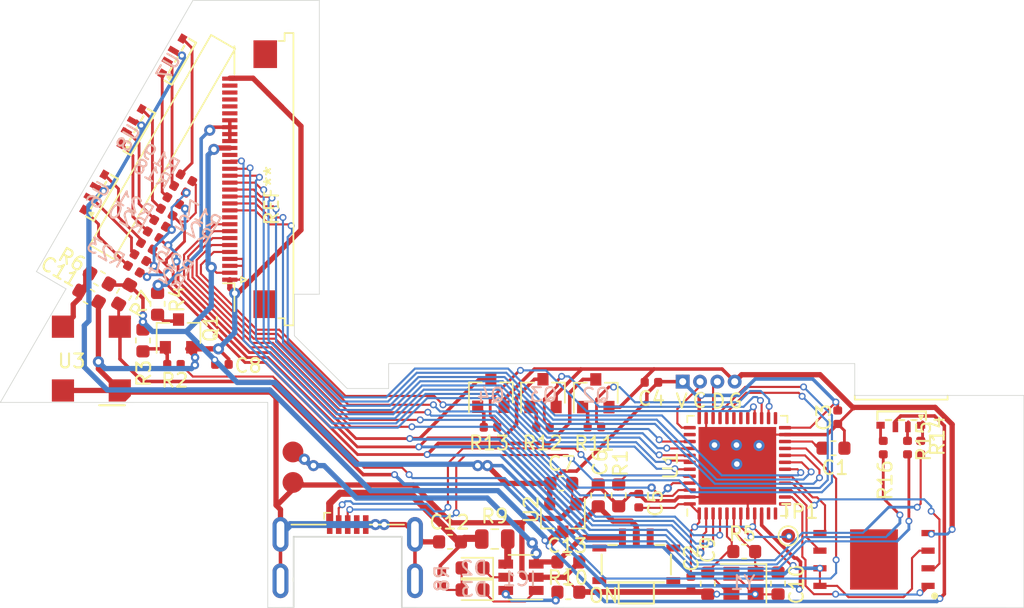
<source format=kicad_pcb>
(kicad_pcb (version 20171130) (host pcbnew "(5.1.6)-1")
  (layers (0 F.Cu signal hide) (31 B.Cu signal hide) (34 B.Paste user hide) (35 F.Paste user hide) (36 B.SilkS user hide) (37 F.SilkS user hide) (38 B.Mask user hide) (39 F.Mask user hide) (44 Edge.Cuts user))
  (net 0 "")
  (net 1 "Net-(C1-Pad2)")
  (net 2 Earth)
  (net 3 +3V3)
  (net 4 "Net-(R1-Pad1)")
  (net 5 "Net-(U1-Pad38)")
  (net 6 "Net-(U1-Pad25)")
  (net 7 /BLK)
  (net 8 /LEDK)
  (net 9 /SWDIO)
  (net 10 /SWCLK)
  (net 11 /LED_G)
  (net 12 /LED_R)
  (net 13 /LED_B)
  (net 14 "Net-(Q1-Pad3)")
  (net 15 "Net-(C11-Pad1)")
  (net 16 "Net-(Q1-Pad1)")
  (net 17 "Net-(U1-Pad29)")
  (net 18 /Bat_+)
  (net 19 /V_IN)
  (net 20 /XTALA)
  (net 21 /XTALB)
  (net 22 VBUS)
  (net 23 "Net-(D2-Pad2)")
  (net 24 "Net-(D2-Pad1)")
  (net 25 "Net-(D3-Pad1)")
  (net 26 "Net-(IC1-Pad6)")
  (net 27 "Net-(IC1-Pad4)")
  (net 28 /~RESET)
  (net 29 /~RD)
  (net 30 /~WR)
  (net 31 /RS)
  (net 32 /~CS)
  (net 33 /DB7)
  (net 34 /DB6)
  (net 35 /DB5)
  (net 36 /DB4)
  (net 37 /DB3)
  (net 38 /DB2)
  (net 39 /DB1)
  (net 40 /DB0)
  (net 41 /USBDM)
  (net 42 "Net-(J2-Pad4)")
  (net 43 /USBDP)
  (net 44 /IR_DATA)
  (net 45 "Net-(TP1-Pad1)")
  (net 46 "Net-(U1-Pad31)")
  (net 47 "Net-(U1-Pad30)")
  (net 48 /F_MOSI)
  (net 49 /F_MISO)
  (net 50 /F_CLK)
  (net 51 /F_CS)
  (net 52 "Net-(Q2-Pad1)")
  (net 53 "Net-(Q3-Pad1)")
  (net 54 "Net-(Q4-Pad1)")
  (net 55 /LEDG)
  (net 56 /LEDR)
  (net 57 /LEDB)
  (net 58 "Net-(R14-Pad2)")
  (net 59 "Net-(R15-Pad2)")
  (net 60 "Net-(R16-Pad2)")
  (net 61 "Net-(R17-Pad2)")
  (net 62 "Net-(R18-Pad2)")
  (net 63 "Net-(R19-Pad2)")
  (net 64 "Net-(R20-Pad2)")
  (net 65 "Net-(R21-Pad2)")
  (net 66 "Net-(R22-Pad2)")
  (net 67 "Net-(R23-Pad2)")
  (net 68 "Net-(R24-Pad2)")
  (net 69 "Net-(R25-Pad2)")
  (net 70 "Net-(SW1-Pad1)")
  (net 71 "Net-(U1-Pad13)")
  (net 72 "Net-(U1-Pad12)")
  (net 73 "Net-(U1-Pad11)")
  (net 74 "Net-(J1-Pad26)")
  (net 75 "Net-(J1-Pad28)")
  (net 76 "Net-(J1-Pad29)")
  (net 77 "Net-(J1-Pad27)")
  (net 78 "Net-(J1-Pad25)")
  (net 79 "Net-(J1-Pad10)")
  (net 80 "Net-(J1-Pad19)")
  (module SamacSys_Parts:FFC-1x30-1MP_P0.5mm_Horizontal (layer F.Cu) (at 50.65 29.85 90)
    (fp_text reference J1 hide)
    (fp_text value Conn_01x30)
    (fp_text user REF** (at -1.18 0.0821 90) (layer F.SilkS))
    (pad MP smd rect (at 9.017 -0.381 90) (size 2 1.7) (layers F.Cu F.Paste F.Mask))
    (pad 6 smd rect (at -4.75 -2.9375 90) (size 0.3 1.1) (layers F.Cu F.Paste F.Mask) (net 32 /~CS))
    (pad 24 smd rect (at 4.25 -2.9375 90) (size 0.3 1.1) (layers F.Cu F.Paste F.Mask) (net 8 /LEDK))
    (pad 26 smd rect (at 5.25 -2.9375 90) (size 0.3 1.1) (layers F.Cu F.Paste F.Mask) (net 74 "Net-(J1-Pad26)"))
    (pad 28 smd rect (at 6.25 -2.9375 90) (size 0.3 1.1) (layers F.Cu F.Paste F.Mask) (net 75 "Net-(J1-Pad28)"))
    (pad 18 smd rect (at 1.25 -2.9375 90) (size 0.3 1.1) (layers F.Cu F.Paste F.Mask) (net 33 /DB7))
    (pad 29 smd rect (at 6.75 -2.9375 90) (size 0.3 1.1) (layers F.Cu F.Paste F.Mask) (net 76 "Net-(J1-Pad29)"))
    (pad 7 smd rect (at -4.25 -2.9375 90) (size 0.3 1.1) (layers F.Cu F.Paste F.Mask) (net 31 /RS))
    (pad 13 smd rect (at -1.25 -2.9375 90) (size 0.3 1.1) (layers F.Cu F.Paste F.Mask) (net 38 /DB2))
    (pad 22 smd rect (at 3.25 -2.9375 90) (size 0.3 1.1) (layers F.Cu F.Paste F.Mask) (net 8 /LEDK))
    (pad 8 smd rect (at -3.75 -2.9375 90) (size 0.3 1.1) (layers F.Cu F.Paste F.Mask) (net 30 /~WR))
    (pad 21 smd rect (at 2.75 -2.9375 90) (size 0.3 1.1) (layers F.Cu F.Paste F.Mask) (net 8 /LEDK))
    (pad 27 smd rect (at 5.75 -2.9375 90) (size 0.3 1.1) (layers F.Cu F.Paste F.Mask) (net 77 "Net-(J1-Pad27)"))
    (pad 2 smd rect (at -6.75 -2.9375 90) (size 0.3 1.1) (layers F.Cu F.Paste F.Mask) (net 3 +3V3))
    (pad MP smd rect (at -9.017 -0.381 90) (size 2 1.7) (layers F.Cu F.Paste F.Mask))
    (pad 16 smd rect (at 0.25 -2.9375 90) (size 0.3 1.1) (layers F.Cu F.Paste F.Mask) (net 35 /DB5))
    (pad 5 smd rect (at -5.25 -2.9375 90) (size 0.3 1.1) (layers F.Cu F.Paste F.Mask) (net 28 /~RESET))
    (pad 11 smd rect (at -2.25 -2.9375 90) (size 0.3 1.1) (layers F.Cu F.Paste F.Mask) (net 40 /DB0))
    (pad 17 smd rect (at 0.75 -2.9375 90) (size 0.3 1.1) (layers F.Cu F.Paste F.Mask) (net 34 /DB6))
    (pad 20 smd rect (at 2.25 -2.9375 90) (size 0.3 1.1) (layers F.Cu F.Paste F.Mask) (net 3 +3V3))
    (pad 1 smd rect (at -7.25 -2.9375 90) (size 0.3 1.1) (layers F.Cu F.Paste F.Mask) (net 2 Earth))
    (pad 4 smd rect (at -5.75 -2.9375 90) (size 0.3 1.1) (layers F.Cu F.Paste F.Mask) (net 2 Earth))
    (pad 23 smd rect (at 3.75 -2.9375 90) (size 0.3 1.1) (layers F.Cu F.Paste F.Mask) (net 8 /LEDK))
    (pad 25 smd rect (at 4.75 -2.9375 90) (size 0.3 1.1) (layers F.Cu F.Paste F.Mask) (net 78 "Net-(J1-Pad25)"))
    (pad 15 smd rect (at -0.25 -2.9375 90) (size 0.3 1.1) (layers F.Cu F.Paste F.Mask) (net 36 /DB4))
    (pad 12 smd rect (at -1.75 -2.9375 90) (size 0.3 1.1) (layers F.Cu F.Paste F.Mask) (net 39 /DB1))
    (pad 30 smd rect (at 7.25 -2.9375 90) (size 0.3 1.1) (layers F.Cu F.Paste F.Mask) (net 2 Earth))
    (pad 9 smd rect (at -3.25 -2.9375 90) (size 0.3 1.1) (layers F.Cu F.Paste F.Mask) (net 29 /~RD))
    (pad 14 smd rect (at -0.75 -2.9375 90) (size 0.3 1.1) (layers F.Cu F.Paste F.Mask) (net 37 /DB3))
    (pad 10 smd rect (at -2.75 -2.9375 90) (size 0.3 1.1) (layers F.Cu F.Paste F.Mask) (net 79 "Net-(J1-Pad10)"))
    (pad 3 smd rect (at -6.25 -2.9375 90) (size 0.3 1.1) (layers F.Cu F.Paste F.Mask) (net 2 Earth))
    (pad 19 smd rect (at 1.75 -2.9375 90) (size 0.3 1.1) (layers F.Cu F.Paste F.Mask) (net 80 "Net-(J1-Pad19)"))
  )
  (module Resistor_SMD:R_0402_1005Metric (layer F.Cu) (at 42.2104 33.8621 150)
    (fp_text reference R20 (at 2.244977 0.053014 150) (layer B.SilkS) (effects (justify mirror)))
    (fp_text value 470R)
    (pad 2 smd roundrect (at 0.485 0 150) (size 0.59 0.64) (layers F.Cu F.Paste F.Mask) (net 64 "Net-(R20-Pad2)"))
    (pad 1 smd roundrect (at -0.485 0 150) (size 0.59 0.64) (layers F.Cu F.Paste F.Mask) (net 13 /LED_B))
  )
  (module Resistor_SMD:R_0402_1005Metric (layer F.Cu) (at 41.7278 34.6876 150)
    (fp_text reference R25 (at -2.25552 0.055726 150) (layer B.SilkS) (effects (justify mirror)))
    (fp_text value 470R)
    (pad 2 smd roundrect (at 0.485 0 150) (size 0.59 0.64) (layers F.Cu F.Paste F.Mask) (net 69 "Net-(R25-Pad2)"))
    (pad 1 smd roundrect (at -0.485 0 150) (size 0.59 0.64) (layers F.Cu F.Paste F.Mask) (net 12 /LED_R))
  )
  (module Resistor_SMD:R_0603_1608Metric (layer F.Cu) (at 42.5025 38.8405 270)
    (fp_text reference R4 (at -0.3429 -1.4097 90) (layer F.SilkS))
    (fp_text value 10R)
    (pad 2 smd roundrect (at 0.7875 0 270) (size 0.875 0.95) (layers F.Cu F.Paste F.Mask) (net 14 "Net-(Q1-Pad3)"))
    (pad 1 smd roundrect (at -0.7875 0 270) (size 0.875 0.95) (layers F.Cu F.Paste F.Mask) (net 8 /LEDK))
  )
  (module Resistor_SMD:R_0603_1608Metric (layer F.Cu) (at 40.0895 38.1674 240)
    (fp_text reference R7 (at -0.008084 -1.461802 60) (layer F.SilkS))
    (fp_text value 10K)
    (pad 2 smd roundrect (at 0.7875 0 240) (size 0.875 0.95) (layers F.Cu F.Paste F.Mask) (net 44 /IR_DATA))
    (pad 1 smd roundrect (at -0.7875 0 240) (size 0.875 0.95) (layers F.Cu F.Paste F.Mask) (net 3 +3V3))
  )
  (module SamacSys_Parts:RGB-3510-Side-Common_anode (layer F.Cu) (at 43.7528 21.149802 60)
    (fp_text reference U7 (at -0.730684 -0.097986 60) (layer B.SilkS) (effects (justify mirror)))
    (fp_text value LEB_BGAR)
    (pad 4 smd rect (at 1.52 -0.25 60) (size 0.6 0.5) (layers F.Cu F.Paste F.Mask) (net 63 "Net-(R19-Pad2)"))
    (pad 3 smd rect (at 0.45 -0.375 60) (size 0.4 0.75) (layers F.Cu F.Paste F.Mask) (net 19 /V_IN))
    (pad 1 smd rect (at -1.4 -0.25 60) (size 0.6 0.5) (layers F.Cu F.Paste F.Mask) (net 61 "Net-(R17-Pad2)"))
    (pad 2 smd rect (at -0.45 -0.375 60) (size 0.4 0.75) (layers F.Cu F.Paste F.Mask) (net 62 "Net-(R18-Pad2)"))
  )
  (module Resistor_SMD:R_0402_1005Metric (layer F.Cu) (at 66.518301 47.743202)
    (fp_text reference R13 (at -0.101701 1.142998) (layer F.SilkS))
    (fp_text value 1K)
    (pad 2 smd roundrect (at 0.485 0) (size 0.59 0.64) (layers F.Cu F.Paste F.Mask) (net 57 /LEDB))
    (pad 1 smd roundrect (at -0.485 0) (size 0.59 0.64) (layers F.Cu F.Paste F.Mask) (net 54 "Net-(Q4-Pad1)"))
  )
  (module Resistor_SMD:R_0402_1005Metric (layer F.Cu) (at 70.302799 47.768604)
    (fp_text reference R12 (at -0.025399 1.117596) (layer F.SilkS))
    (fp_text value 1K)
    (pad 2 smd roundrect (at 0.485 0) (size 0.59 0.64) (layers F.Cu F.Paste F.Mask) (net 56 /LEDR))
    (pad 1 smd roundrect (at -0.485 0) (size 0.59 0.64) (layers F.Cu F.Paste F.Mask) (net 53 "Net-(Q3-Pad1)"))
  )
  (module Resistor_SMD:R_0402_1005Metric (layer F.Cu) (at 74.0112 47.717799)
    (fp_text reference R11 (at 0 1.193801) (layer F.SilkS))
    (fp_text value 1K)
    (pad 2 smd roundrect (at 0.485 0) (size 0.59 0.64) (layers F.Cu F.Paste F.Mask) (net 55 /LEDG))
    (pad 1 smd roundrect (at -0.485 0) (size 0.59 0.64) (layers F.Cu F.Paste F.Mask) (net 52 "Net-(Q2-Pad1)"))
  )
  (module Resistor_SMD:R_0402_1005Metric (layer F.Cu) (at 63.0003 58.6525 90)
    (fp_text reference R8 (at 0 0.0127 90) (layer B.SilkS) (effects (justify mirror)))
    (fp_text value 1K)
    (pad 2 smd roundrect (at 0.485 0 90) (size 0.59 0.64) (layers F.Cu F.Paste F.Mask) (net 22 VBUS))
    (pad 1 smd roundrect (at -0.485 0 90) (size 0.59 0.64) (layers F.Cu F.Paste F.Mask) (net 23 "Net-(D2-Pad2)"))
  )
  (module Resistor_SMD:R_0402_1005Metric (layer F.Cu) (at 43.6836 43.2093)
    (fp_text reference R2 (at 0.0635 1.1557) (layer F.SilkS))
    (fp_text value 1K)
    (pad 2 smd roundrect (at 0.485 0) (size 0.59 0.64) (layers F.Cu F.Paste F.Mask) (net 7 /BLK))
    (pad 1 smd roundrect (at -0.485 0) (size 0.59 0.64) (layers F.Cu F.Paste F.Mask) (net 16 "Net-(Q1-Pad1)"))
  )
  (module Capacitor_SMD:C_0402_1005Metric (layer F.Cu) (at 47.1468 43.2109)
    (fp_text reference C8 (at 1.8923 0.0889) (layer F.SilkS))
    (fp_text value 0.1uF)
    (pad 2 smd roundrect (at 0.485 0) (size 0.59 0.64) (layers F.Cu F.Paste F.Mask) (net 2 Earth))
    (pad 1 smd roundrect (at -0.485 0) (size 0.59 0.64) (layers F.Cu F.Paste F.Mask) (net 3 +3V3))
  )
  (module Capacitor_SMD:C_0402_1005Metric (layer F.Cu) (at 77.2116 53.0391 90)
    (fp_text reference C5 (at -0.1905 1.2065 90) (layer F.SilkS))
    (fp_text value 0.1uF)
    (pad 2 smd roundrect (at 0.485 0 90) (size 0.59 0.64) (layers F.Cu F.Paste F.Mask) (net 2 Earth))
    (pad 1 smd roundrect (at -0.485 0 90) (size 0.59 0.64) (layers F.Cu F.Paste F.Mask) (net 3 +3V3))
  )
  (module Capacitor_SMD:C_0402_1005Metric (layer F.Cu) (at 78.126 44.5047 180)
    (fp_text reference C4 (at 0 -1.17) (layer F.SilkS))
    (fp_text value 0.1uF)
    (pad 2 smd roundrect (at 0.485 0 180) (size 0.59 0.64) (layers F.Cu F.Paste F.Mask) (net 2 Earth))
    (pad 1 smd roundrect (at -0.485 0 180) (size 0.59 0.64) (layers F.Cu F.Paste F.Mask) (net 3 +3V3))
  )
  (module Capacitor_SMD:C_0402_1005Metric (layer F.Cu) (at 91.5626 47.0193 270)
    (fp_text reference C3 (at 0.0127 1.0033 90) (layer F.SilkS))
    (fp_text value 0.1uF)
    (pad 2 smd roundrect (at 0.485 0 270) (size 0.59 0.64) (layers F.Cu F.Paste F.Mask) (net 2 Earth))
    (pad 1 smd roundrect (at -0.485 0 270) (size 0.59 0.64) (layers F.Cu F.Paste F.Mask) (net 3 +3V3))
  )
  (module Capacitor_SMD:C_0402_1005Metric (layer F.Cu) (at 80.9708 59.0081 270)
    (fp_text reference C2 (at -1.8161 -0.0381 90) (layer F.SilkS))
    (fp_text value 0.1uF)
    (pad 2 smd roundrect (at 0.485 0 270) (size 0.59 0.64) (layers F.Cu F.Paste F.Mask) (net 2 Earth))
    (pad 1 smd roundrect (at -0.485 0 270) (size 0.59 0.64) (layers F.Cu F.Paste F.Mask) (net 3 +3V3))
  )
  (module SamacSys_Parts:RGB-3510-Side-Common_anode (layer F.Cu) (at 40.8064 26.229802 60)
    (fp_text reference U8 (at -0.760277 -0.022242 60) (layer B.SilkS) (effects (justify mirror)))
    (fp_text value LEB_BGAR)
    (pad 4 smd rect (at 1.52 -0.25 60) (size 0.6 0.5) (layers F.Cu F.Paste F.Mask) (net 66 "Net-(R22-Pad2)"))
    (pad 3 smd rect (at 0.45 -0.375 60) (size 0.4 0.75) (layers F.Cu F.Paste F.Mask) (net 19 /V_IN))
    (pad 1 smd rect (at -1.4 -0.25 60) (size 0.6 0.5) (layers F.Cu F.Paste F.Mask) (net 64 "Net-(R20-Pad2)"))
    (pad 2 smd rect (at -0.45 -0.375 60) (size 0.4 0.75) (layers F.Cu F.Paste F.Mask) (net 65 "Net-(R21-Pad2)"))
  )
  (module SamacSys_Parts:RGB-3510-Side-Common_anode (layer F.Cu) (at 38.121 30.9665 60)
    (fp_text reference U6 (at 0.046151 0.105337 60) (layer B.SilkS) (effects (justify mirror)))
    (fp_text value LEB_BGAR)
    (pad 4 smd rect (at 1.52 -0.25 60) (size 0.6 0.5) (layers F.Cu F.Paste F.Mask) (net 69 "Net-(R25-Pad2)"))
    (pad 3 smd rect (at 0.45 -0.375 60) (size 0.4 0.75) (layers F.Cu F.Paste F.Mask) (net 19 /V_IN))
    (pad 1 smd rect (at -1.4 -0.25 60) (size 0.6 0.5) (layers F.Cu F.Paste F.Mask) (net 67 "Net-(R23-Pad2)"))
    (pad 2 smd rect (at -0.45 -0.375 60) (size 0.4 0.75) (layers F.Cu F.Paste F.Mask) (net 68 "Net-(R24-Pad2)"))
  )
  (module SamacSys_Parts:RGB-3510-Side-Common_anode (layer F.Cu) (at 96.1727 47.3495 180)
    (fp_text reference U5 hide)
    (fp_text value LEB_BGAR)
    (pad 4 smd rect (at 1.52 -0.25 180) (size 0.6 0.5) (layers F.Cu F.Paste F.Mask) (net 60 "Net-(R16-Pad2)"))
    (pad 3 smd rect (at 0.45 -0.375 180) (size 0.4 0.75) (layers F.Cu F.Paste F.Mask) (net 19 /V_IN))
    (pad 1 smd rect (at -1.4 -0.25 180) (size 0.6 0.5) (layers F.Cu F.Paste F.Mask) (net 58 "Net-(R14-Pad2)"))
    (pad 2 smd rect (at -0.45 -0.375 180) (size 0.4 0.75) (layers F.Cu F.Paste F.Mask) (net 59 "Net-(R15-Pad2)"))
  )
  (module SamacSys_Parts:SON127P800X600X80-9N-D (layer F.Cu) (at 94.1788 57.2809 180)
    (fp_text reference U4 hide)
    (fp_text value W25Q128JVS hide)
    (pad 9 smd rect (at 0 0 180) (size 3.45 4.35) (layers F.Cu F.Paste F.Mask))
    (pad 8 smd rect (at 3.9 -1.905 270) (size 0.45 0.95) (layers F.Cu F.Paste F.Mask) (net 3 +3V3))
    (pad 7 smd rect (at 3.9 -0.635 270) (size 0.45 0.95) (layers F.Cu F.Paste F.Mask) (net 3 +3V3))
    (pad 6 smd rect (at 3.9 0.635 270) (size 0.45 0.95) (layers F.Cu F.Paste F.Mask) (net 50 /F_CLK))
    (pad 5 smd rect (at 3.9 1.905 270) (size 0.45 0.95) (layers F.Cu F.Paste F.Mask) (net 48 /F_MOSI))
    (pad 4 smd rect (at -3.9 1.905 270) (size 0.45 0.95) (layers F.Cu F.Paste F.Mask) (net 2 Earth))
    (pad 3 smd rect (at -3.9 0.635 270) (size 0.45 0.95) (layers F.Cu F.Paste F.Mask) (net 3 +3V3))
    (pad 2 smd rect (at -3.9 -0.635 270) (size 0.45 0.95) (layers F.Cu F.Paste F.Mask) (net 49 /F_MISO))
    (pad 1 smd rect (at -3.9 -1.905 270) (size 0.45 0.95) (layers F.Cu F.Paste F.Mask) (net 51 /F_CS))
  )
  (module SamacSys_Parts:USB_Micro-B_Molex_Sink (layer F.Cu) (at 56.2185 58.6398)
    (fp_text reference J2 hide)
    (fp_text value USB_B_Micro)
    (fp_line (start -3.9 -3) (end -3.9 2.1) (layer Edge.Cuts) (width 0.12))
    (fp_line (start 3.9 -3) (end 3.9 2.1) (layer Edge.Cuts) (width 0.12))
    (fp_line (start -3.9 -3) (end 3.9 -3) (layer Edge.Cuts) (width 0.12))
    (pad 6 thru_hole oval (at 4.85 -3.17 180) (size 1.15 2.5) (drill oval 0.55 1.9) (layers *.Cu *.Mask) (net 2 Earth))
    (pad 6 thru_hole oval (at 4.85 0.18 180) (size 1.15 2.5) (drill oval 0.55 1.9) (layers *.Cu *.Mask) (net 2 Earth))
    (pad 6 thru_hole oval (at -4.85 -3.17 180) (size 1.15 2.5) (drill oval 0.55 1.9) (layers *.Cu *.Mask) (net 2 Earth))
    (pad 6 thru_hole oval (at -4.85 0.18 180) (size 1.15 2.5) (drill oval 0.55 1.9) (layers *.Cu *.Mask) (net 2 Earth))
    (pad 2 smd rect (at -0.65 -3.8755) (size 0.4 1.35) (layers F.Cu F.Paste F.Mask) (net 41 /USBDM))
    (pad 1 smd rect (at -1.3 -3.8755) (size 0.4 1.35) (layers F.Cu F.Paste F.Mask) (net 22 VBUS))
    (pad 4 smd rect (at 0.65 -3.8755) (size 0.4 1.35) (layers F.Cu F.Paste F.Mask) (net 42 "Net-(J2-Pad4)"))
    (pad 5 smd rect (at 1.3 -3.8755) (size 0.4 1.35) (layers F.Cu F.Paste F.Mask) (net 2 Earth))
    (pad 3 smd rect (at 0 -3.8755) (size 0.4 1.35) (layers F.Cu F.Paste F.Mask) (net 43 /USBDP))
  )
  (module Resistor_SMD:R_0402_1005Metric (layer F.Cu) (at 41.2579 35.5131 150)
    (fp_text reference R24 (at -2.264483 -0.188399 150) (layer B.SilkS) (effects (justify mirror)))
    (fp_text value 470R)
    (pad 2 smd roundrect (at 0.485 0 150) (size 0.59 0.64) (layers F.Cu F.Paste F.Mask) (net 68 "Net-(R24-Pad2)"))
    (pad 1 smd roundrect (at -0.485 0 150) (size 0.59 0.64) (layers F.Cu F.Paste F.Mask) (net 11 /LED_G))
  )
  (module Resistor_SMD:R_0402_1005Metric (layer F.Cu) (at 40.788 36.3386 150)
    (fp_text reference R23 (at 2.350314 0.006863 150) (layer B.SilkS) (effects (justify mirror)))
    (fp_text value 470R)
    (pad 2 smd roundrect (at 0.485 0 150) (size 0.59 0.64) (layers F.Cu F.Paste F.Mask) (net 67 "Net-(R23-Pad2)"))
    (pad 1 smd roundrect (at -0.485 0 150) (size 0.59 0.64) (layers F.Cu F.Paste F.Mask) (net 13 /LED_B))
  )
  (module Resistor_SMD:R_0402_1005Metric (layer F.Cu) (at 43.1629 32.2238 150)
    (fp_text reference R22 (at -2.328772 -0.121952 150) (layer B.SilkS) (effects (justify mirror)))
    (fp_text value 470R)
    (pad 2 smd roundrect (at 0.485 0 150) (size 0.59 0.64) (layers F.Cu F.Paste F.Mask) (net 66 "Net-(R22-Pad2)"))
    (pad 1 smd roundrect (at -0.485 0 150) (size 0.59 0.64) (layers F.Cu F.Paste F.Mask) (net 12 /LED_R))
  )
  (module Resistor_SMD:R_0402_1005Metric (layer F.Cu) (at 42.6803 33.0366 150)
    (fp_text reference R21 (at 2.256887 0.251443 150) (layer B.SilkS) (effects (justify mirror)))
    (fp_text value 470R)
    (pad 2 smd roundrect (at 0.485 0 150) (size 0.59 0.64) (layers F.Cu F.Paste F.Mask) (net 65 "Net-(R21-Pad2)"))
    (pad 1 smd roundrect (at -0.485 0 150) (size 0.59 0.64) (layers F.Cu F.Paste F.Mask) (net 11 /LED_G))
  )
  (module Resistor_SMD:R_0402_1005Metric (layer F.Cu) (at 44.5853 29.7473 150)
    (fp_text reference R19 (at 2.278884 0.238743 150) (layer B.SilkS) (effects (justify mirror)))
    (fp_text value 470R)
    (pad 2 smd roundrect (at 0.485 0 150) (size 0.59 0.64) (layers F.Cu F.Paste F.Mask) (net 63 "Net-(R19-Pad2)"))
    (pad 1 smd roundrect (at -0.485 0 150) (size 0.59 0.64) (layers F.Cu F.Paste F.Mask) (net 12 /LED_R))
  )
  (module Resistor_SMD:R_0402_1005Metric (layer F.Cu) (at 44.1154 30.5728 150)
    (fp_text reference R18 (at 2.290217 -0.046429 150) (layer B.SilkS) (effects (justify mirror)))
    (fp_text value 470R)
    (pad 2 smd roundrect (at 0.485 0 150) (size 0.59 0.64) (layers F.Cu F.Paste F.Mask) (net 62 "Net-(R18-Pad2)"))
    (pad 1 smd roundrect (at -0.485 0 150) (size 0.59 0.64) (layers F.Cu F.Paste F.Mask) (net 11 /LED_G))
  )
  (module Resistor_SMD:R_0402_1005Metric (layer F.Cu) (at 43.6328 31.3983 150)
    (fp_text reference R17 (at -2.360856 0.101877 150) (layer B.SilkS) (effects (justify mirror)))
    (fp_text value 470R)
    (pad 2 smd roundrect (at 0.485 0 150) (size 0.59 0.64) (layers F.Cu F.Paste F.Mask) (net 61 "Net-(R17-Pad2)"))
    (pad 1 smd roundrect (at -0.485 0 150) (size 0.59 0.64) (layers F.Cu F.Paste F.Mask) (net 13 /LED_B))
  )
  (module Resistor_SMD:R_0402_1005Metric (layer F.Cu) (at 94.8468 49.2109 90)
    (fp_text reference R16 (at -2.3495 0.1397 90) (layer F.SilkS))
    (fp_text value 470R)
    (pad 2 smd roundrect (at 0.485 0 90) (size 0.59 0.64) (layers F.Cu F.Paste F.Mask) (net 60 "Net-(R16-Pad2)"))
    (pad 1 smd roundrect (at -0.485 0 90) (size 0.59 0.64) (layers F.Cu F.Paste F.Mask) (net 12 /LED_R))
  )
  (module Resistor_SMD:R_0402_1005Metric (layer F.Cu) (at 96.5968 49.2109 90)
    (fp_text reference R15 (at 0.4572 1.1684 90) (layer F.SilkS))
    (fp_text value 470R)
    (pad 2 smd roundrect (at 0.485 0 90) (size 0.59 0.64) (layers F.Cu F.Paste F.Mask) (net 59 "Net-(R15-Pad2)"))
    (pad 1 smd roundrect (at -0.485 0 90) (size 0.59 0.64) (layers F.Cu F.Paste F.Mask) (net 11 /LED_G))
  )
  (module Resistor_SMD:R_0402_1005Metric (layer F.Cu) (at 97.5468 49.2109 90)
    (fp_text reference R14 (at 0.8382 1.2065 90) (layer F.SilkS))
    (fp_text value 470R)
    (pad 2 smd roundrect (at 0.485 0 90) (size 0.59 0.64) (layers F.Cu F.Paste F.Mask) (net 58 "Net-(R14-Pad2)"))
    (pad 1 smd roundrect (at -0.485 0 90) (size 0.59 0.64) (layers F.Cu F.Paste F.Mask) (net 13 /LED_B))
  )
  (module Crystal:Crystal_SMD_2520-4Pin_2.5x2.0mm (layer F.Cu) (at 84.7681 59.0081 180)
    (fp_text reference Y1 (at 0.0508 0.0508) (layer B.SilkS) (effects (justify mirror)))
    (fp_text value 25MHz/20pF/10ppm)
    (pad 4 smd rect (at -0.875 -0.7 180) (size 1.15 1) (layers F.Cu F.Paste F.Mask) (net 2 Earth))
    (pad 3 smd rect (at 0.875 -0.7 180) (size 1.15 1) (layers F.Cu F.Paste F.Mask) (net 20 /XTALA))
    (pad 2 smd rect (at 0.875 0.7 180) (size 1.15 1) (layers F.Cu F.Paste F.Mask) (net 2 Earth))
    (pad 1 smd rect (at -0.875 0.7 180) (size 1.15 1) (layers F.Cu F.Paste F.Mask) (net 21 /XTALB))
  )
  (module SamacSys_Parts:IRM-H2XXT_TR2 (layer F.Cu) (at 37.7273 42.7902 180)
    (fp_text reference U3 (at 1.4224 -0.1778) (layer F.SilkS))
    (fp_text value IRM-H2XXT_TR2)
    (pad 1 smd custom (at -2.05 -2.3 180) (size 1.2 1.2) (layers F.Cu F.Paste F.Mask) (net 2 Earth) (options (clearance outline) (anchor rect)) (primitives (gr_poly (pts (xy 0.8 -0.8) (xy -0.4 -0.8) (xy -0.8 -0.4) (xy -0.8 0.8) (xy 0.8 0.8)) (width 0))))
    (pad 3 smd rect (at 2.05 2.3 180) (size 1.6 1.6) (layers F.Cu F.Paste F.Mask) (net 15 "Net-(C11-Pad1)"))
    (pad 2 smd rect (at -2.05 2.3 180) (size 1.6 1.6) (layers F.Cu F.Paste F.Mask) (net 44 /IR_DATA))
    (pad 4 smd rect (at 2.05 -2.3 180) (size 1.6 1.6) (layers F.Cu F.Paste F.Mask) (net 2 Earth))
  )
  (module Package_TO_SOT_SMD:SOT-23 (layer F.Cu) (at 71.7379 54.2837 270)
    (fp_text reference U2 (at -0.6096 2.286 90) (layer F.SilkS))
    (fp_text value XC6206)
    (pad 3 smd rect (at 1 0 270) (size 0.9 0.8) (layers F.Cu F.Paste F.Mask) (net 19 /V_IN))
    (pad 2 smd rect (at -1 0.95 270) (size 0.9 0.8) (layers F.Cu F.Paste F.Mask) (net 3 +3V3))
    (pad 1 smd rect (at -1 -0.95 270) (size 0.9 0.8) (layers F.Cu F.Paste F.Mask) (net 2 Earth))
  )
  (module Package_DFN_QFN:QFN-48-1EP_7x7mm_P0.5mm_EP5.6x5.6mm (layer F.Cu) (at 84.3236 50.5245 90)
    (fp_text reference U1 (at 0 -4.82 90) (layer F.SilkS))
    (fp_text value STM32F401CCUx)
    (pad 49 smd rect (at 0 0 90) (size 5.6 5.6) (layers F.Cu F.Mask) (net 2 Earth))
    (pad 48 smd roundrect (at -2.75 -3.4375 90) (size 0.25 0.875) (layers F.Cu F.Paste F.Mask) (net 3 +3V3))
    (pad 47 smd roundrect (at -2.25 -3.4375 90) (size 0.25 0.875) (layers F.Cu F.Paste F.Mask) (net 2 Earth))
    (pad 46 smd roundrect (at -1.75 -3.4375 90) (size 0.25 0.875) (layers F.Cu F.Paste F.Mask) (net 28 /~RESET))
    (pad 45 smd roundrect (at -1.25 -3.4375 90) (size 0.25 0.875) (layers F.Cu F.Paste F.Mask) (net 32 /~CS))
    (pad 44 smd roundrect (at -0.75 -3.4375 90) (size 0.25 0.875) (layers F.Cu F.Paste F.Mask) (net 4 "Net-(R1-Pad1)"))
    (pad 43 smd roundrect (at -0.25 -3.4375 90) (size 0.25 0.875) (layers F.Cu F.Paste F.Mask) (net 33 /DB7))
    (pad 42 smd roundrect (at 0.25 -3.4375 90) (size 0.25 0.875) (layers F.Cu F.Paste F.Mask) (net 34 /DB6))
    (pad 41 smd roundrect (at 0.75 -3.4375 90) (size 0.25 0.875) (layers F.Cu F.Paste F.Mask) (net 35 /DB5))
    (pad 40 smd roundrect (at 1.25 -3.4375 90) (size 0.25 0.875) (layers F.Cu F.Paste F.Mask) (net 36 /DB4))
    (pad 39 smd roundrect (at 1.75 -3.4375 90) (size 0.25 0.875) (layers F.Cu F.Paste F.Mask) (net 37 /DB3))
    (pad 38 smd roundrect (at 2.25 -3.4375 90) (size 0.25 0.875) (layers F.Cu F.Paste F.Mask) (net 5 "Net-(U1-Pad38)"))
    (pad 37 smd roundrect (at 2.75 -3.4375 90) (size 0.25 0.875) (layers F.Cu F.Paste F.Mask) (net 10 /SWCLK))
    (pad 36 smd roundrect (at 3.4375 -2.75 90) (size 0.875 0.25) (layers F.Cu F.Paste F.Mask) (net 3 +3V3))
    (pad 35 smd roundrect (at 3.4375 -2.25 90) (size 0.875 0.25) (layers F.Cu F.Paste F.Mask) (net 2 Earth))
    (pad 34 smd roundrect (at 3.4375 -1.75 90) (size 0.875 0.25) (layers F.Cu F.Paste F.Mask) (net 9 /SWDIO))
    (pad 33 smd roundrect (at 3.4375 -1.25 90) (size 0.875 0.25) (layers F.Cu F.Paste F.Mask) (net 43 /USBDP))
    (pad 32 smd roundrect (at 3.4375 -0.75 90) (size 0.875 0.25) (layers F.Cu F.Paste F.Mask) (net 41 /USBDM))
    (pad 31 smd roundrect (at 3.4375 -0.25 90) (size 0.875 0.25) (layers F.Cu F.Paste F.Mask) (net 46 "Net-(U1-Pad31)"))
    (pad 30 smd roundrect (at 3.4375 0.25 90) (size 0.875 0.25) (layers F.Cu F.Paste F.Mask) (net 47 "Net-(U1-Pad30)"))
    (pad 29 smd roundrect (at 3.4375 0.75 90) (size 0.875 0.25) (layers F.Cu F.Paste F.Mask) (net 17 "Net-(U1-Pad29)"))
    (pad 28 smd roundrect (at 3.4375 1.25 90) (size 0.875 0.25) (layers F.Cu F.Paste F.Mask) (net 57 /LEDB))
    (pad 27 smd roundrect (at 3.4375 1.75 90) (size 0.875 0.25) (layers F.Cu F.Paste F.Mask) (net 56 /LEDR))
    (pad 26 smd roundrect (at 3.4375 2.25 90) (size 0.875 0.25) (layers F.Cu F.Paste F.Mask) (net 55 /LEDG))
    (pad 25 smd roundrect (at 3.4375 2.75 90) (size 0.875 0.25) (layers F.Cu F.Paste F.Mask) (net 6 "Net-(U1-Pad25)"))
    (pad 24 smd roundrect (at 2.75 3.4375 90) (size 0.25 0.875) (layers F.Cu F.Paste F.Mask) (net 3 +3V3))
    (pad 23 smd roundrect (at 2.25 3.4375 90) (size 0.25 0.875) (layers F.Cu F.Paste F.Mask) (net 2 Earth))
    (pad 22 smd roundrect (at 1.75 3.4375 90) (size 0.25 0.875) (layers F.Cu F.Paste F.Mask) (net 1 "Net-(C1-Pad2)"))
    (pad 21 smd roundrect (at 1.25 3.4375 90) (size 0.25 0.875) (layers F.Cu F.Paste F.Mask) (net 7 /BLK))
    (pad 20 smd roundrect (at 0.75 3.4375 90) (size 0.25 0.875) (layers F.Cu F.Paste F.Mask) (net 38 /DB2))
    (pad 19 smd roundrect (at 0.25 3.4375 90) (size 0.25 0.875) (layers F.Cu F.Paste F.Mask) (net 39 /DB1))
    (pad 18 smd roundrect (at -0.25 3.4375 90) (size 0.25 0.875) (layers F.Cu F.Paste F.Mask) (net 40 /DB0))
    (pad 17 smd roundrect (at -0.75 3.4375 90) (size 0.25 0.875) (layers F.Cu F.Paste F.Mask) (net 48 /F_MOSI))
    (pad 16 smd roundrect (at -1.25 3.4375 90) (size 0.25 0.875) (layers F.Cu F.Paste F.Mask) (net 49 /F_MISO))
    (pad 15 smd roundrect (at -1.75 3.4375 90) (size 0.25 0.875) (layers F.Cu F.Paste F.Mask) (net 50 /F_CLK))
    (pad 14 smd roundrect (at -2.25 3.4375 90) (size 0.25 0.875) (layers F.Cu F.Paste F.Mask) (net 51 /F_CS))
    (pad 13 smd roundrect (at -2.75 3.4375 90) (size 0.25 0.875) (layers F.Cu F.Paste F.Mask) (net 71 "Net-(U1-Pad13)"))
    (pad 12 smd roundrect (at -3.4375 2.75 90) (size 0.875 0.25) (layers F.Cu F.Paste F.Mask) (net 72 "Net-(U1-Pad12)"))
    (pad 11 smd roundrect (at -3.4375 2.25 90) (size 0.875 0.25) (layers F.Cu F.Paste F.Mask) (net 73 "Net-(U1-Pad11)"))
    (pad 10 smd roundrect (at -3.4375 1.75 90) (size 0.875 0.25) (layers F.Cu F.Paste F.Mask) (net 44 /IR_DATA))
    (pad 9 smd roundrect (at -3.4375 1.25 90) (size 0.875 0.25) (layers F.Cu F.Paste F.Mask) (net 3 +3V3))
    (pad 8 smd roundrect (at -3.4375 0.75 90) (size 0.875 0.25) (layers F.Cu F.Paste F.Mask) (net 2 Earth))
    (pad 7 smd roundrect (at -3.4375 0.25 90) (size 0.875 0.25) (layers F.Cu F.Paste F.Mask) (net 45 "Net-(TP1-Pad1)"))
    (pad 6 smd roundrect (at -3.4375 -0.25 90) (size 0.875 0.25) (layers F.Cu F.Paste F.Mask) (net 21 /XTALB))
    (pad 5 smd roundrect (at -3.4375 -0.75 90) (size 0.875 0.25) (layers F.Cu F.Paste F.Mask) (net 20 /XTALA))
    (pad 4 smd roundrect (at -3.4375 -1.25 90) (size 0.875 0.25) (layers F.Cu F.Paste F.Mask) (net 31 /RS))
    (pad 3 smd roundrect (at -3.4375 -1.75 90) (size 0.875 0.25) (layers F.Cu F.Paste F.Mask) (net 30 /~WR))
    (pad 2 smd roundrect (at -3.4375 -2.25 90) (size 0.875 0.25) (layers F.Cu F.Paste F.Mask) (net 29 /~RD))
    (pad 1 smd roundrect (at -3.4375 -2.75 90) (size 0.875 0.25) (layers F.Cu F.Paste F.Mask) (net 3 +3V3))
  )
  (module TestPoint:TestPoint_Pad_D1.0mm (layer F.Cu) (at 87.9939 55.5791)
    (fp_text reference TP1 (at 0.8255 -1.7526) (layer F.SilkS))
    (fp_text value NRST)
    (pad 1 smd circle (at 0 0) (size 1 1) (layers F.Cu F.Mask) (net 45 "Net-(TP1-Pad1)"))
  )
  (module SamacSys_Parts:MSKT-12C00-switch-smd (layer F.Cu) (at 77.0338 55.8839)
    (fp_text reference SW1 hide)
    (fp_text value SW_SPDT)
    (pad "" np_thru_hole circle (at 1.5 1.7465 90) (size 0.9 0.9) (drill 0.9) (layers *.Cu *.Mask))
    (pad "" np_thru_hole circle (at -1.5 1.7465 90) (size 0.9 0.9) (drill 0.9) (layers *.Cu *.Mask))
    (pad 0 smd rect (at 2.667 2.921 90) (size 0.5 1) (layers F.Cu F.Paste F.Mask))
    (pad 0 smd rect (at -2.667 2.9215 90) (size 0.5 1) (layers F.Cu F.Paste F.Mask))
    (pad 0 smd rect (at 2.667 0.5715 90) (size 0.5 1) (layers F.Cu F.Paste F.Mask))
    (pad 0 smd rect (at -2.667 0.5715 90) (size 0.5 1) (layers F.Cu F.Paste F.Mask))
    (pad 3 smd rect (at -1 -0.1905) (size 0.5 1.3) (layers F.Cu F.Paste F.Mask) (net 18 /Bat_+))
    (pad 1 smd rect (at 1 -0.1905) (size 0.5 1.3) (layers F.Cu F.Paste F.Mask) (net 70 "Net-(SW1-Pad1)"))
    (pad 2 smd rect (at 0 -0.1905) (size 0.5 1.3) (layers F.Cu F.Paste F.Mask) (net 19 /V_IN))
  )
  (module Resistor_SMD:R_0603_1608Metric (layer F.Cu) (at 72.1316 59.6431)
    (fp_text reference R10 (at -0.0381 -1.0414) (layer F.SilkS))
    (fp_text value 3K)
    (pad 2 smd roundrect (at 0.7875 0) (size 0.875 0.95) (layers F.Cu F.Paste F.Mask) (net 2 Earth))
    (pad 1 smd roundrect (at -0.7875 0) (size 0.875 0.95) (layers F.Cu F.Paste F.Mask) (net 26 "Net-(IC1-Pad6)"))
  )
  (module Resistor_SMD:R_0805_2012Metric (layer F.Cu) (at 66.823 55.8077)
    (fp_text reference R9 (at 0 -1.65) (layer F.SilkS))
    (fp_text value 0.5R)
    (pad 2 smd roundrect (at 0.9375 0) (size 0.975 1.4) (layers F.Cu F.Paste F.Mask) (net 27 "Net-(IC1-Pad4)"))
    (pad 1 smd roundrect (at -0.9375 0) (size 0.975 1.4) (layers F.Cu F.Paste F.Mask) (net 22 VBUS))
  )
  (module Resistor_SMD:R_0603_1608Metric (layer F.Cu) (at 38.3115 37.0117 330)
    (fp_text reference R6 (at -2.39522 -0.186242 150) (layer F.SilkS))
    (fp_text value 100R)
    (pad 2 smd roundrect (at 0.7875 0 330) (size 0.875 0.95) (layers F.Cu F.Paste F.Mask) (net 3 +3V3))
    (pad 1 smd roundrect (at -0.7875 0 330) (size 0.875 0.95) (layers F.Cu F.Paste F.Mask) (net 15 "Net-(C11-Pad1)"))
  )
  (module Resistor_SMD:R_0603_1608Metric (layer F.Cu) (at 84.8189 56.7094 180)
    (fp_text reference R5 (at 0.1397 1.27) (layer F.SilkS))
    (fp_text value 10M)
    (pad 2 smd roundrect (at 0.7875 0 180) (size 0.875 0.95) (layers F.Cu F.Paste F.Mask) (net 20 /XTALA))
    (pad 1 smd roundrect (at -0.7875 0 180) (size 0.875 0.95) (layers F.Cu F.Paste F.Mask) (net 21 /XTALB))
  )
  (module Resistor_SMD:R_0603_1608Metric (layer F.Cu) (at 41.4484 41.4821 270)
    (fp_text reference R3 (at 2.3749 -0.0635 90) (layer F.SilkS))
    (fp_text value 10K)
    (pad 2 smd roundrect (at 0.7875 0 270) (size 0.875 0.95) (layers F.Cu F.Paste F.Mask) (net 16 "Net-(Q1-Pad1)"))
    (pad 1 smd roundrect (at -0.7875 0 270) (size 0.875 0.95) (layers F.Cu F.Paste F.Mask) (net 3 +3V3))
  )
  (module Resistor_SMD:R_0603_1608Metric (layer F.Cu) (at 75.7638 52.6581 270)
    (fp_text reference R1 (at -2.3114 -0.127 90) (layer F.SilkS))
    (fp_text value 100K)
    (pad 2 smd roundrect (at 0.7875 0 270) (size 0.875 0.95) (layers F.Cu F.Paste F.Mask) (net 2 Earth))
    (pad 1 smd roundrect (at -0.7875 0 270) (size 0.875 0.95) (layers F.Cu F.Paste F.Mask) (net 4 "Net-(R1-Pad1)"))
  )
  (module Package_TO_SOT_SMD:SOT-23 (layer F.Cu) (at 66.5436 45.266695 90)
    (fp_text reference Q4 (at -0.165105 0 180) (layer B.SilkS) (effects (justify mirror)))
    (fp_text value SS8050)
    (pad 3 smd rect (at 1 0 90) (size 0.9 0.8) (layers F.Cu F.Paste F.Mask) (net 13 /LED_B))
    (pad 2 smd rect (at -1 0.95 90) (size 0.9 0.8) (layers F.Cu F.Paste F.Mask) (net 2 Earth))
    (pad 1 smd rect (at -1 -0.95 90) (size 0.9 0.8) (layers F.Cu F.Paste F.Mask) (net 54 "Net-(Q4-Pad1)"))
  )
  (module Package_TO_SOT_SMD:SOT-23 (layer F.Cu) (at 70.302802 45.279399 90)
    (fp_text reference Q3 (at -0.114301 0.038098) (layer B.SilkS) (effects (justify mirror)))
    (fp_text value SS8050)
    (pad 3 smd rect (at 1 0 90) (size 0.9 0.8) (layers F.Cu F.Paste F.Mask) (net 12 /LED_R))
    (pad 2 smd rect (at -1 0.95 90) (size 0.9 0.8) (layers F.Cu F.Paste F.Mask) (net 2 Earth))
    (pad 1 smd rect (at -1 -0.95 90) (size 0.9 0.8) (layers F.Cu F.Paste F.Mask) (net 53 "Net-(Q3-Pad1)"))
  )
  (module Package_TO_SOT_SMD:SOT-23 (layer F.Cu) (at 74.112795 45.292101 90)
    (fp_text reference Q2 (at -0.152399 0.012705 180) (layer B.SilkS) (effects (justify mirror)))
    (fp_text value SS8050)
    (pad 3 smd rect (at 1 0 90) (size 0.9 0.8) (layers F.Cu F.Paste F.Mask) (net 11 /LED_G))
    (pad 2 smd rect (at -1 0.95 90) (size 0.9 0.8) (layers F.Cu F.Paste F.Mask) (net 2 Earth))
    (pad 1 smd rect (at -1 -0.95 90) (size 0.9 0.8) (layers F.Cu F.Paste F.Mask) (net 52 "Net-(Q2-Pad1)"))
  )
  (module Package_TO_SOT_SMD:SOT-23 (layer F.Cu) (at 44.0138 40.9741 90)
    (fp_text reference Q1 (at 0.3683 2.3114 90) (layer F.SilkS))
    (fp_text value SS8050)
    (pad 3 smd rect (at 1 0 90) (size 0.9 0.8) (layers F.Cu F.Paste F.Mask) (net 14 "Net-(Q1-Pad3)"))
    (pad 2 smd rect (at -1 0.95 90) (size 0.9 0.8) (layers F.Cu F.Paste F.Mask) (net 2 Earth))
    (pad 1 smd rect (at -1 -0.95 90) (size 0.9 0.8) (layers F.Cu F.Paste F.Mask) (net 16 "Net-(Q1-Pad1)"))
  )
  (module SamacSys_Parts:Con-1x4-P1.25mm (layer F.Cu) (at 81.6312 44.4539)
    (fp_text reference J3 hide)
    (fp_text value SWD)
    (pad 4 thru_hole oval (at 2.5 0) (size 1 1) (drill 0.5) (layers *.Cu *.Mask) (net 2 Earth))
    (pad 3 thru_hole oval (at 1.25 0) (size 1 1) (drill 0.5) (layers *.Cu *.Mask) (net 9 /SWDIO))
    (pad 2 thru_hole oval (at 0 0) (size 1 1) (drill 0.5) (layers *.Cu *.Mask) (net 10 /SWCLK))
    (pad 1 thru_hole rect (at -1.25 0) (size 1 1) (drill 0.5) (layers *.Cu *.Mask) (net 3 +3V3))
  )
  (module Package_TO_SOT_SMD:SOT-23-6 (layer F.Cu) (at 68.7153 58.5636 180)
    (fp_text reference IC1 (at 0.1143 -0.127) (layer B.SilkS) (effects (justify mirror)))
    (fp_text value TP4057)
    (pad 5 smd rect (at 1.1 0 180) (size 1.06 0.65) (layers F.Cu F.Paste F.Mask) (net 24 "Net-(D2-Pad1)"))
    (pad 6 smd rect (at 1.1 -0.95 180) (size 1.06 0.65) (layers F.Cu F.Paste F.Mask) (net 26 "Net-(IC1-Pad6)"))
    (pad 4 smd rect (at 1.1 0.95 180) (size 1.06 0.65) (layers F.Cu F.Paste F.Mask) (net 27 "Net-(IC1-Pad4)"))
    (pad 3 smd rect (at -1.1 0.95 180) (size 1.06 0.65) (layers F.Cu F.Paste F.Mask) (net 18 /Bat_+))
    (pad 2 smd rect (at -1.1 0 180) (size 1.06 0.65) (layers F.Cu F.Paste F.Mask) (net 2 Earth))
    (pad 1 smd rect (at -1.1 -0.95 180) (size 1.06 0.65) (layers F.Cu F.Paste F.Mask) (net 25 "Net-(D3-Pad1)"))
  )
  (module LED_SMD:LED_0603_1608Metric (layer F.Cu) (at 65.2228 59.478 180)
    (fp_text reference D3 (at -0.1143 0.0254) (layer B.SilkS) (effects (justify mirror)))
    (fp_text value R_LED)
    (pad 2 smd roundrect (at 0.7875 0 180) (size 0.875 0.95) (layers F.Cu F.Paste F.Mask) (net 23 "Net-(D2-Pad2)"))
    (pad 1 smd roundrect (at -0.7875 0 180) (size 0.875 0.95) (layers F.Cu F.Paste F.Mask) (net 25 "Net-(D3-Pad1)"))
  )
  (module LED_SMD:LED_0603_1608Metric (layer F.Cu) (at 65.2228 57.8905 180)
    (fp_text reference D2 (at -0.0889 -0.0254) (layer B.SilkS) (effects (justify mirror)))
    (fp_text value G_LED)
    (pad 2 smd roundrect (at 0.7875 0 180) (size 0.875 0.95) (layers F.Cu F.Paste F.Mask) (net 23 "Net-(D2-Pad2)"))
    (pad 1 smd roundrect (at -0.7875 0 180) (size 0.875 0.95) (layers F.Cu F.Paste F.Mask) (net 24 "Net-(D2-Pad1)"))
  )
  (module Capacitor_SMD:C_0603_1608Metric (layer F.Cu) (at 72.1316 57.4587 180)
    (fp_text reference C13 (at 0.0889 1.1684) (layer F.SilkS))
    (fp_text value 1uF)
    (pad 2 smd roundrect (at 0.7875 0 180) (size 0.875 0.95) (layers F.Cu F.Paste F.Mask) (net 18 /Bat_+))
    (pad 1 smd roundrect (at -0.7875 0 180) (size 0.875 0.95) (layers F.Cu F.Paste F.Mask) (net 2 Earth))
  )
  (module Capacitor_SMD:C_0603_1608Metric (layer F.Cu) (at 63.5972 56.0109)
    (fp_text reference C12 (at -0.0381 -1.4097) (layer F.SilkS))
    (fp_text value 1uF)
    (pad 2 smd roundrect (at 0.7875 0) (size 0.875 0.95) (layers F.Cu F.Paste F.Mask) (net 22 VBUS))
    (pad 1 smd roundrect (at -0.7875 0) (size 0.875 0.95) (layers F.Cu F.Paste F.Mask) (net 2 Earth))
  )
  (module Capacitor_SMD:C_0603_1608Metric (layer F.Cu) (at 37.5622 38.3198 330)
    (fp_text reference C11 (at -2.733805 -0.518689 150) (layer F.SilkS))
    (fp_text value 2.2uF)
    (pad 2 smd roundrect (at 0.7875 0 330) (size 0.875 0.95) (layers F.Cu F.Paste F.Mask) (net 2 Earth))
    (pad 1 smd roundrect (at -0.7875 0 330) (size 0.875 0.95) (layers F.Cu F.Paste F.Mask) (net 15 "Net-(C11-Pad1)"))
  )
  (module Capacitor_SMD:C_0603_1608Metric (layer F.Cu) (at 87.2573 59.0081 90)
    (fp_text reference C10 (at -0.0635 1.3335 90) (layer F.SilkS))
    (fp_text value 22pF)
    (pad 2 smd roundrect (at 0.7875 0 90) (size 0.875 0.95) (layers F.Cu F.Paste F.Mask) (net 21 /XTALB))
    (pad 1 smd roundrect (at -0.7875 0 90) (size 0.875 0.95) (layers F.Cu F.Paste F.Mask) (net 2 Earth))
  )
  (module Capacitor_SMD:C_0603_1608Metric (layer F.Cu) (at 82.19 59.0208 90)
    (fp_text reference C9 (at 2.4384 0 90) (layer F.SilkS))
    (fp_text value 22pF)
    (pad 2 smd roundrect (at 0.7875 0 90) (size 0.875 0.95) (layers F.Cu F.Paste F.Mask) (net 20 /XTALA))
    (pad 1 smd roundrect (at -0.7875 0 90) (size 0.875 0.95) (layers F.Cu F.Paste F.Mask) (net 2 Earth))
  )
  (module Capacitor_SMD:C_0603_1608Metric (layer F.Cu) (at 71.6236 51.7945)
    (fp_text reference C7 (at 0 -1.43) (layer F.SilkS))
    (fp_text value 1uF)
    (pad 2 smd roundrect (at 0.7875 0) (size 0.875 0.95) (layers F.Cu F.Paste F.Mask) (net 2 Earth))
    (pad 1 smd roundrect (at -0.7875 0) (size 0.875 0.95) (layers F.Cu F.Paste F.Mask) (net 3 +3V3))
  )
  (module Capacitor_SMD:C_0603_1608Metric (layer F.Cu) (at 74.2906 52.6581 90)
    (fp_text reference C6 (at 2.3749 0.1397 90) (layer F.SilkS))
    (fp_text value 1uF)
    (pad 2 smd roundrect (at 0.7875 0 90) (size 0.875 0.95) (layers F.Cu F.Paste F.Mask) (net 2 Earth))
    (pad 1 smd roundrect (at -0.7875 0 90) (size 0.875 0.95) (layers F.Cu F.Paste F.Mask) (net 19 /V_IN))
  )
  (module Capacitor_SMD:C_0603_1608Metric (layer F.Cu) (at 91.2578 49.2545 180)
    (fp_text reference C1 (at -0.1016 -1.4097) (layer F.SilkS))
    (fp_text value 2.2uF)
    (pad 2 smd roundrect (at 0.7875 0 180) (size 0.875 0.95) (layers F.Cu F.Paste F.Mask) (net 1 "Net-(C1-Pad2)"))
    (pad 1 smd roundrect (at -0.7875 0 180) (size 0.875 0.95) (layers F.Cu F.Paste F.Mask) (net 2 Earth))
  )
  (module SamacSys_Parts:Pad-2.2mm_1.5x1.5 (layer F.Cu) (at 52.2688 50.6261 270)
    (fp_text reference BT1 hide)
    (fp_text value Li-on)
    (pad 1 smd circle (at -1.1 0 270) (size 1.5 1.5) (layers F.Cu F.Paste F.Mask) (net 18 /Bat_+))
    (pad 2 smd circle (at 1.1 0 270) (size 1.5 1.5) (layers F.Cu F.Paste F.Mask) (net 2 Earth))
  )
  (gr_text G (at 84.1839 45.8509) (layer F.SilkS) (effects (font (size 1.016 1.016) (thickness 0.1524))))
  (gr_text D (at 82.9647 45.8636) (layer F.SilkS) (effects (font (size 1.016 1.016) (thickness 0.1524))))
  (gr_text C (at 81.5931 45.8255) (layer F.SilkS) (effects (font (size 1.016 1.016) (thickness 0.1524))))
  (gr_text V (at 80.3104 45.8509) (layer F.SilkS) (effects (font (size 1.016 1.016) (thickness 0.1524))))
  (gr_text ON (at 74.6843 59.8844) (layer F.SilkS) (effects (font (size 1.016 1.016) (thickness 0.1524))))
  (gr_line (start 33.7649 36.5164) (end 35.8985 37.761) (layer Edge.Cuts) (width 0.05))
  (gr_line (start 45.0552 16.95) (end 33.7649 36.5164) (layer Edge.Cuts) (width 0.05))
  (gr_line (start 31.1614 45.9525) (end 35.8985 37.761) (layer Edge.Cuts) (width 0.05))
  (gr_line (start 52.3185 60.7398) (end 50.45 60.75) (layer Edge.Cuts) (width 0.05))
  (gr_line (start 37.613299 34.603044) (end 39.345349 35.603044) (layer F.SilkS) (width 0.12))
  (gr_line (start 46.3633 19.4476) (end 48.09535 20.4476) (layer F.SilkS) (width 0.12))
  (gr_line (start 48.09535 20.4476) (end 39.345349 35.603044) (layer F.SilkS) (width 0.12))
  (gr_line (start 46.3633 19.4476) (end 37.613299 34.603044) (layer F.SilkS) (width 0.12))
  (gr_line (start 99.4874 45.4572) (end 99.4874 45.7493) (layer F.SilkS) (width 0.12))
  (gr_line (start 92.79 45.45) (end 92.7945 45.7493) (layer F.SilkS) (width 0.12))
  (gr_line (start 92.7945 45.7493) (end 99.4874 45.7493) (layer F.SilkS) (width 0.12))
  (gr_line (start 54.17 16.95) (end 45.0552 16.95) (layer Edge.Cuts) (width 0.05))
  (gr_line (start 54.17 38.15) (end 54.17 16.95) (layer Edge.Cuts) (width 0.05))
  (gr_line (start 52.37 38.15) (end 54.17 38.15) (layer Edge.Cuts) (width 0.05))
  (gr_line (start 52.37 41.14) (end 52.37 38.15) (layer Edge.Cuts) (width 0.05))
  (gr_line (start 56.18 44.95) (end 52.37 41.14) (layer Edge.Cuts) (width 0.05))
  (gr_line (start 59.17 44.95) (end 56.18 44.95) (layer Edge.Cuts) (width 0.05))
  (gr_line (start 59.17 43.15) (end 59.17 44.95) (layer Edge.Cuts) (width 0.05))
  (gr_line (start 92.79 43.15) (end 59.17 43.15) (layer Edge.Cuts) (width 0.05))
  (gr_line (start 92.79 43.15) (end 92.79 45.45) (layer Edge.Cuts) (width 0.05))
  (gr_line (start 104.99 45.45) (end 92.79 45.45) (layer Edge.Cuts) (width 0.05))
  (gr_line (start 104.99 60.75) (end 104.99 45.45) (layer Edge.Cuts) (width 0.05))
  (gr_line (start 60.1185 60.7398) (end 104.99 60.75) (layer Edge.Cuts) (width 0.05))
  (gr_line (start 50.45 45.95) (end 50.45 60.75) (layer Edge.Cuts) (width 0.05))
  (gr_line (start 31.1614 45.9525) (end 50.45 45.95) (layer Edge.Cuts) (width 0.05))
  (segment (start 89.7111 48.7745) (end 87.7611 48.7745) (width 0.1524) (layer F.Cu) (net 1))
  (segment (start 89.9624 49.0258) (end 89.7111 48.7745) (width 0.1524) (layer F.Cu) (net 1))
  (segment (start 90.1911 49.2545) (end 89.9624 49.0258) (width 0.2032) (layer F.Cu) (net 1))
  (segment (start 90.4703 49.2545) (end 90.1911 49.2545) (width 0.2032) (layer F.Cu) (net 1))
  (via (at 82.6726 49.0259) (size 0.8) (drill 0.4) (layers F.Cu B.Cu) (net 2))
  (via (at 85.8857 49.064) (size 0.8) (drill 0.4) (layers F.Cu B.Cu) (net 2))
  (via (at 84.2855 50.3975) (size 0.8) (drill 0.4) (layers F.Cu B.Cu) (net 2))
  (via (at 84.2601 49.0259) (size 0.8) (drill 0.4) (layers F.Cu B.Cu) (net 2))
  (via (at 98.319 55.4521) (size 0.5) (drill 0.3) (layers F.Cu B.Cu) (net 2))
  (segment (start 35.69 45.0902) (end 39.79 45.0902) (width 0.381) (layer F.Cu) (net 2))
  (segment (start 49.4212 22.6) (end 49.4212 22.6) (width 0.254) (layer F.Cu) (net 2))
  (segment (start 39.79 45.0902) (end 39.84515 45.03505) (width 0.508) (layer F.Cu) (net 2))
  (segment (start 57.5185 54.7643) (end 58.2144 54.7643) (width 0.508) (layer F.Cu) (net 2))
  (segment (start 58.8494 54.7643) (end 58.9764 54.7643) (width 0.508) (layer F.Cu) (net 2))
  (via (at 58.8494 54.7643) (size 0.8) (drill 0.4) (layers F.Cu B.Cu) (net 2))
  (segment (start 58.2144 54.7643) (end 58.8494 54.7643) (width 0.508) (layer F.Cu) (net 2))
  (via (at 58.2144 54.7643) (size 0.8) (drill 0.4) (layers F.Cu B.Cu) (net 2))
  (segment (start 58.2144 54.7643) (end 58.8494 54.7643) (width 0.508) (layer B.Cu) (net 2))
  (segment (start 52.074 54.7643) (end 51.3685 55.4698) (width 0.508) (layer B.Cu) (net 2))
  (segment (start 58.8494 54.7643) (end 52.074 54.7643) (width 0.508) (layer B.Cu) (net 2))
  (segment (start 61.2894 55.2489) (end 61.0685 55.4698) (width 0.254) (layer F.Cu) (net 2))
  (segment (start 62.8097 56.0109) (end 61.1878 56.0109) (width 0.254) (layer F.Cu) (net 2))
  (segment (start 60.363 54.7643) (end 61.0685 55.4698) (width 0.254) (layer F.Cu) (net 2))
  (segment (start 58.8494 54.7643) (end 60.363 54.7643) (width 0.254) (layer F.Cu) (net 2))
  (segment (start 61.0685 55.4698) (end 61.0685 58.8198) (width 0.254) (layer F.Cu) (net 2))
  (segment (start 51.3685 55.4698) (end 51.3685 58.8198) (width 0.254) (layer F.Cu) (net 2))
  (segment (start 51.0846 53.39798) (end 52.7768 51.70578) (width 0.254) (layer F.Cu) (net 2))
  (segment (start 71.8396 58.5636) (end 72.9191 59.6431) (width 0.1524) (layer F.Cu) (net 2))
  (segment (start 69.8153 58.5636) (end 71.8396 58.5636) (width 0.1524) (layer F.Cu) (net 2))
  (segment (start 71.8396 58.5382) (end 72.9191 57.4587) (width 0.1524) (layer F.Cu) (net 2))
  (segment (start 71.8396 58.5636) (end 71.8396 58.5382) (width 0.1524) (layer F.Cu) (net 2))
  (segment (start 84.4519 58.2954) (end 84.4519 58.2954) (width 0.1524) (layer F.Cu) (net 2))
  (segment (start 82.8377 59.8082) (end 82.8377 59.8082) (width 0.1524) (layer F.Cu) (net 2))
  (segment (start 84.4519 58.2954) (end 84.4519 58.2954) (width 0.1524) (layer F.Cu) (net 2))
  (segment (start 72.4111 53.0069) (end 72.6879 53.2837) (width 0.1524) (layer F.Cu) (net 2))
  (segment (start 72.4111 51.7945) (end 72.4111 53.0069) (width 0.1524) (layer F.Cu) (net 2))
  (segment (start 68.886799 54.452099) (end 68.886799 58.317499) (width 0.1524) (layer F.Cu) (net 2))
  (segment (start 68.886799 58.317499) (end 69.1329 58.5636) (width 0.1524) (layer F.Cu) (net 2))
  (segment (start 69.1329 58.5636) (end 69.8153 58.5636) (width 0.1524) (layer F.Cu) (net 2))
  (segment (start 68.942399 54.396499) (end 68.886799 54.452099) (width 0.1524) (layer F.Cu) (net 2))
  (segment (start 85.0736 51.2745) (end 84.3236 50.5245) (width 0.1524) (layer F.Cu) (net 2))
  (segment (start 85.0736 53.962) (end 85.0736 51.2745) (width 0.1524) (layer F.Cu) (net 2))
  (segment (start 86.5736 48.2745) (end 84.3236 50.5245) (width 0.1524) (layer F.Cu) (net 2))
  (segment (start 87.7611 48.2745) (end 86.5736 48.2745) (width 0.1524) (layer F.Cu) (net 2))
  (segment (start 82.0736 48.2745) (end 84.3236 50.5245) (width 0.1524) (layer F.Cu) (net 2))
  (segment (start 82.0736 47.087) (end 82.0736 48.2745) (width 0.1524) (layer F.Cu) (net 2))
  (segment (start 82.0736 52.7745) (end 84.3236 50.5245) (width 0.1524) (layer F.Cu) (net 2))
  (segment (start 80.8861 52.7745) (end 82.0736 52.7745) (width 0.1524) (layer F.Cu) (net 2))
  (segment (start 92.0453 49.2545) (end 92.0453 49.2545) (width 0.2032) (layer F.Cu) (net 2))
  (segment (start 49.38779 22.56659) (end 47.933445 22.56659) (width 0.381) (layer F.Cu) (net 2))
  (segment (start 47.933445 22.56659) (end 47.7125 22.56659) (width 0.381) (layer F.Cu) (net 2))
  (segment (start 38.2354 43.5356) (end 39.79 45.0902) (width 0.381) (layer F.Cu) (net 2))
  (segment (start 38.2354 39.0437) (end 38.2354 43.0187) (width 0.381) (layer F.Cu) (net 2))
  (segment (start 49.87205 23.05085) (end 49.38779 22.56659) (width 0.381) (layer F.Cu) (net 2))
  (segment (start 50.9212 24.1) (end 51.453001 24.631801) (width 0.381) (layer F.Cu) (net 2))
  (segment (start 50.4212 23.6) (end 50.49435 23.67315) (width 0.254) (layer F.Cu) (net 2))
  (segment (start 51.453001 24.631801) (end 50.49435 23.67315) (width 0.381) (layer F.Cu) (net 2))
  (segment (start 50.49435 23.67315) (end 49.87205 23.05085) (width 0.381) (layer F.Cu) (net 2))
  (segment (start 39.84515 45.03505) (end 40.259881 44.620319) (width 0.508) (layer F.Cu) (net 2))
  (segment (start 38.2354 43.0187) (end 38.2354 43.5356) (width 0.381) (layer F.Cu) (net 2))
  (via (at 38.2354 43.0187) (size 0.8) (drill 0.4) (layers F.Cu B.Cu) (net 2))
  (via (at 46.893401 42.088401) (size 0.8) (drill 0.4) (layers F.Cu B.Cu) (net 2))
  (segment (start 44.6971 42.0884) (end 44.6971 42.0884) (width 0.381) (layer F.Cu) (net 2))
  (segment (start 46.327716 42.088401) (end 46.893401 42.088401) (width 0.381) (layer F.Cu) (net 2))
  (segment (start 44.6971 42.0884) (end 44.6971 42.0884) (width 0.381) (layer F.Cu) (net 2))
  (segment (start 44.6971 42.0884) (end 44.6971 42.0884) (width 0.381) (layer F.Cu) (net 2))
  (via (at 45.2076 42.714) (size 0.6) (drill 0.3) (layers F.Cu B.Cu) (net 2))
  (segment (start 44.6971 42.0884) (end 46.327716 42.088401) (width 0.381) (layer F.Cu) (net 2))
  (segment (start 45.2076 42.5989) (end 44.6971 42.0884) (width 0.381) (layer F.Cu) (net 2))
  (segment (start 45.2076 42.714) (end 45.2076 42.5989) (width 0.381) (layer F.Cu) (net 2))
  (segment (start 84.0681 58.3081) (end 85.4681 59.7081) (width 0.1524) (layer F.Cu) (net 2))
  (segment (start 85.7306 59.7956) (end 85.6431 59.7081) (width 0.1524) (layer F.Cu) (net 2))
  (segment (start 87.2573 59.7956) (end 85.7306 59.7956) (width 0.1524) (layer F.Cu) (net 2))
  (segment (start 81.8748 59.4931) (end 82.19 59.8083) (width 0.1524) (layer F.Cu) (net 2))
  (segment (start 72.9191 59.6431) (end 73.0691 59.4931) (width 0.1524) (layer F.Cu) (net 2))
  (segment (start 73.0691 59.4931) (end 81.8748 59.4931) (width 0.1524) (layer F.Cu) (net 2))
  (segment (start 67.4936 45.735679) (end 67.4936 46.266695) (width 0.254) (layer F.Cu) (net 2))
  (segment (start 69.68578 43.543499) (end 67.4936 45.735679) (width 0.254) (layer F.Cu) (net 2))
  (segment (start 84.1312 44.4539) (end 83.220799 43.543499) (width 0.254) (layer F.Cu) (net 2))
  (segment (start 73.029301 43.543499) (end 69.68578 43.543499) (width 0.254) (layer F.Cu) (net 2))
  (segment (start 75.853599 46.292101) (end 77.641 44.5047) (width 0.254) (layer F.Cu) (net 2))
  (segment (start 75.062795 46.292101) (end 75.853599 46.292101) (width 0.254) (layer F.Cu) (net 2))
  (segment (start 77.641 44.215) (end 78.312501 43.543499) (width 0.254) (layer F.Cu) (net 2))
  (segment (start 77.641 44.5047) (end 77.641 44.215) (width 0.254) (layer F.Cu) (net 2))
  (segment (start 83.220799 43.543499) (end 78.312501 43.543499) (width 0.254) (layer F.Cu) (net 2))
  (segment (start 78.312501 43.543499) (end 73.029301 43.543499) (width 0.254) (layer F.Cu) (net 2))
  (segment (start 92.680876 46.386024) (end 91.5626 47.5043) (width 0.2032) (layer F.Cu) (net 2))
  (segment (start 91.5626 47.5043) (end 91.7173 47.5043) (width 0.2032) (layer F.Cu) (net 2))
  (segment (start 92.0453 49.2545) (end 92.0453 47.987) (width 0.2032) (layer F.Cu) (net 2))
  (segment (start 92.0453 47.987) (end 91.5626 47.5043) (width 0.2032) (layer F.Cu) (net 2))
  (segment (start 87.7865 48.2491) (end 87.7611 48.2745) (width 0.1524) (layer F.Cu) (net 2))
  (segment (start 91.5626 47.5043) (end 90.8178 48.2491) (width 0.1524) (layer F.Cu) (net 2))
  (segment (start 90.8178 48.2491) (end 87.7865 48.2491) (width 0.1524) (layer F.Cu) (net 2))
  (segment (start 72.6236 53.2837) (end 72.6879 53.2837) (width 0.381) (layer F.Cu) (net 2))
  (segment (start 71.5855 54.3218) (end 72.6236 53.2837) (width 0.381) (layer F.Cu) (net 2))
  (segment (start 68.848699 54.632901) (end 69.1598 54.3218) (width 0.381) (layer F.Cu) (net 2))
  (segment (start 69.1598 54.3218) (end 71.5855 54.3218) (width 0.381) (layer F.Cu) (net 2))
  (segment (start 90.7924 48.2745) (end 91.5626 47.5043) (width 0.254) (layer F.Cu) (net 2))
  (segment (start 87.7611 48.2745) (end 90.7924 48.2745) (width 0.254) (layer F.Cu) (net 2))
  (via (at 99.8176 55.1092) (size 0.5) (drill 0.3) (layers F.Cu B.Cu) (net 2))
  (segment (start 99.4747 55.4521) (end 99.8176 55.1092) (width 0.2032) (layer B.Cu) (net 2))
  (segment (start 98.319 55.4521) (end 99.4747 55.4521) (width 0.2032) (layer B.Cu) (net 2))
  (segment (start 71.8142 58.5636) (end 72.9191 57.4587) (width 0.381) (layer F.Cu) (net 2))
  (segment (start 69.8153 58.5636) (end 71.8142 58.5636) (width 0.381) (layer F.Cu) (net 2))
  (segment (start 82.0248 59.6431) (end 82.19 59.8083) (width 0.381) (layer F.Cu) (net 2))
  (segment (start 72.9191 59.6431) (end 82.0248 59.6431) (width 0.381) (layer F.Cu) (net 2))
  (segment (start 52.2688 52.21378) (end 51.0846 53.39798) (width 0.381) (layer F.Cu) (net 2))
  (segment (start 52.2688 51.7261) (end 52.2688 52.21378) (width 0.381) (layer F.Cu) (net 2))
  (segment (start 61.6096 56.0109) (end 61.0685 55.4698) (width 0.381) (layer F.Cu) (net 2))
  (segment (start 62.8097 56.0109) (end 61.6096 56.0109) (width 0.381) (layer F.Cu) (net 2))
  (segment (start 60.363 54.7643) (end 58.2144 54.7643) (width 0.381) (layer F.Cu) (net 2))
  (segment (start 72.8775 53.2837) (end 73.9096 52.2516) (width 0.1524) (layer F.Cu) (net 2))
  (segment (start 72.6879 53.2837) (end 72.8775 53.2837) (width 0.1524) (layer F.Cu) (net 2))
  (segment (start 73.9096 52.2516) (end 74.6588 52.2516) (width 0.1524) (layer F.Cu) (net 2))
  (segment (start 74.6588 52.2516) (end 75.8399 53.4327) (width 0.1524) (layer F.Cu) (net 2))
  (via (at 48.068284 38.079155) (size 0.8) (drill 0.4) (layers F.Cu B.Cu) (net 2))
  (segment (start 46.893401 42.088401) (end 48.068284 40.913518) (width 0.381) (layer B.Cu) (net 2))
  (segment (start 47.7125 37.1) (end 47.7125 37.723371) (width 0.381) (layer F.Cu) (net 2))
  (segment (start 47.7125 37.723371) (end 48.068284 38.079155) (width 0.381) (layer F.Cu) (net 2))
  (segment (start 48.068284 40.913518) (end 48.068284 38.079155) (width 0.381) (layer B.Cu) (net 2))
  (segment (start 47.7125 35.6) (end 48.59542 35.6) (width 0.1524) (layer F.Cu) (net 2))
  (segment (start 48.59542 35.6) (end 48.66708 35.67166) (width 0.1524) (layer F.Cu) (net 2))
  (segment (start 47.7125 36.1) (end 48.60342 36.1) (width 0.1524) (layer F.Cu) (net 2))
  (segment (start 48.66708 36.03634) (end 48.66708 35.67166) (width 0.1524) (layer F.Cu) (net 2))
  (segment (start 48.60342 36.1) (end 48.66708 36.03634) (width 0.1524) (layer F.Cu) (net 2))
  (segment (start 47.7125 37.1) (end 48.4149 37.1) (width 0.1524) (layer F.Cu) (net 2))
  (segment (start 48.66708 36.84782) (end 48.66708 36.03634) (width 0.1524) (layer F.Cu) (net 2))
  (segment (start 48.4149 37.1) (end 48.66708 36.84782) (width 0.1524) (layer F.Cu) (net 2))
  (segment (start 45.2076 42.714) (end 45.2076 43.2501) (width 0.381) (layer B.Cu) (net 2))
  (via (at 45.1968 43.2609) (size 0.6) (drill 0.3) (layers F.Cu B.Cu) (net 2))
  (segment (start 45.2076 43.2501) (end 45.1968 43.2609) (width 0.381) (layer F.Cu) (net 2))
  (segment (start 45.2076 43.2501) (end 45.1968 43.2609) (width 0.381) (layer B.Cu) (net 2))
  (segment (start 45.2076 42.714) (end 45.2076 43.2501) (width 0.381) (layer F.Cu) (net 2))
  (segment (start 44.9468 43.5109) (end 45.1968 43.2609) (width 0.381) (layer B.Cu) (net 2))
  (segment (start 38.2354 43.0187) (end 38.7276 43.5109) (width 0.381) (layer B.Cu) (net 2))
  (segment (start 38.7276 43.5109) (end 44.9468 43.5109) (width 0.381) (layer B.Cu) (net 2))
  (segment (start 47.6318 42.8268) (end 46.893401 42.088401) (width 0.254) (layer F.Cu) (net 2))
  (segment (start 47.6318 43.2109) (end 47.6318 42.8268) (width 0.254) (layer F.Cu) (net 2))
  (segment (start 48.278545 38.079155) (end 48.068284 38.079155) (width 0.381) (layer F.Cu) (net 2))
  (segment (start 52.8468 33.5109) (end 48.278545 38.079155) (width 0.381) (layer F.Cu) (net 2))
  (segment (start 51.453001 24.631801) (end 52.8468 26.0256) (width 0.381) (layer F.Cu) (net 2))
  (segment (start 52.8468 26.0256) (end 52.8468 33.5109) (width 0.381) (layer F.Cu) (net 2))
  (segment (start 51.3685 53.68188) (end 51.3685 55.4698) (width 0.381) (layer F.Cu) (net 2))
  (segment (start 51.0468 45.6109) (end 51.0468 53.36018) (width 0.381) (layer F.Cu) (net 2))
  (segment (start 39.9564 44.9111) (end 39.9564 45.2693) (width 0.381) (layer F.Cu) (net 2))
  (segment (start 50.6468 45.2109) (end 51.0468 45.6109) (width 0.381) (layer F.Cu) (net 2))
  (segment (start 39.7773 45.0902) (end 39.9564 44.9111) (width 0.381) (layer F.Cu) (net 2))
  (segment (start 51.0468 53.36018) (end 51.3685 53.68188) (width 0.381) (layer F.Cu) (net 2))
  (segment (start 39.9564 45.2693) (end 40.0148 45.2109) (width 0.381) (layer F.Cu) (net 2))
  (segment (start 40.0148 45.2109) (end 50.6468 45.2109) (width 0.381) (layer F.Cu) (net 2))
  (segment (start 69.8153 58.5636) (end 68.9043 58.5636) (width 0.381) (layer F.Cu) (net 2))
  (segment (start 68.783157 54.698443) (end 68.848699 54.632901) (width 0.381) (layer F.Cu) (net 2))
  (segment (start 68.9043 58.5636) (end 68.783157 58.442457) (width 0.381) (layer F.Cu) (net 2))
  (segment (start 68.783157 58.442457) (end 68.783157 54.698443) (width 0.381) (layer F.Cu) (net 2))
  (via (at 82.837701 59.78149) (size 0.5) (drill 0.3) (layers F.Cu B.Cu) (net 2))
  (via (at 85.606301 59.78149) (size 0.5) (drill 0.3) (layers F.Cu B.Cu) (net 2))
  (segment (start 82.810891 59.8083) (end 82.837701 59.78149) (width 0.1524) (layer F.Cu) (net 2))
  (segment (start 82.19 59.8083) (end 82.810891 59.8083) (width 0.1524) (layer F.Cu) (net 2))
  (segment (start 82.837701 59.78149) (end 85.606301 59.78149) (width 0.1524) (layer B.Cu) (net 2))
  (segment (start 52.7768 51.70578) (end 52.97982 51.9088) (width 0.381) (layer F.Cu) (net 2))
  (segment (start 52.97982 51.9088) (end 60.967204 51.9088) (width 0.381) (layer F.Cu) (net 2))
  (segment (start 60.967204 51.9088) (end 63.691305 54.632901) (width 0.381) (layer F.Cu) (net 2))
  (segment (start 63.691305 54.632901) (end 68.848699 54.632901) (width 0.381) (layer F.Cu) (net 2))
  (segment (start 72.8775 53.2837) (end 74.2906 51.8706) (width 0.254) (layer F.Cu) (net 2))
  (segment (start 74.2906 51.9724) (end 75.7638 53.4456) (width 0.254) (layer F.Cu) (net 2))
  (segment (start 74.2906 51.8706) (end 74.2906 51.9724) (width 0.254) (layer F.Cu) (net 2))
  (segment (start 77.2116 52.5541) (end 76.6468 52.5541) (width 0.254) (layer F.Cu) (net 2))
  (segment (start 75.7638 53.4456) (end 76.6553 52.5541) (width 0.254) (layer F.Cu) (net 2))
  (segment (start 76.6553 52.5541) (end 77.2116 52.5541) (width 0.254) (layer F.Cu) (net 2))
  (segment (start 77.709299 53.051799) (end 77.2116 52.5541) (width 0.254) (layer F.Cu) (net 2))
  (segment (start 80.8861 52.7745) (end 80.080291 52.7745) (width 0.254) (layer F.Cu) (net 2))
  (segment (start 79.802992 53.051799) (end 77.709299 53.051799) (width 0.254) (layer F.Cu) (net 2))
  (segment (start 80.080291 52.7745) (end 79.802992 53.051799) (width 0.254) (layer F.Cu) (net 2))
  (segment (start 71.252802 45.393728) (end 73.029301 43.617229) (width 0.254) (layer F.Cu) (net 2))
  (segment (start 73.029301 43.617229) (end 73.029301 43.543499) (width 0.254) (layer F.Cu) (net 2))
  (segment (start 71.252802 46.279399) (end 71.252802 45.393728) (width 0.254) (layer F.Cu) (net 2))
  (segment (start 98.591575 46.3109) (end 99.8176 47.536925) (width 0.381) (layer F.Cu) (net 2))
  (segment (start 84.631199 43.953901) (end 90.289801 43.953901) (width 0.381) (layer F.Cu) (net 2))
  (segment (start 84.1312 44.4539) (end 84.631199 43.953901) (width 0.381) (layer F.Cu) (net 2))
  (segment (start 99.8176 47.536925) (end 99.8176 55.1092) (width 0.381) (layer F.Cu) (net 2))
  (segment (start 92.714952 46.3109) (end 98.591575 46.3109) (width 0.381) (layer F.Cu) (net 2))
  (segment (start 92.680876 46.344976) (end 92.714952 46.3109) (width 0.381) (layer F.Cu) (net 2))
  (segment (start 90.289801 43.953901) (end 92.680876 46.344976) (width 0.381) (layer F.Cu) (net 2))
  (segment (start 70.7879 53.2837) (end 70.7879 51.8427) (width 0.381) (layer F.Cu) (net 3))
  (segment (start 80.8861 53.2745) (end 81.5736 53.962) (width 0.1524) (layer F.Cu) (net 3))
  (segment (start 90.2788 59.1859) (end 90.2788 57.9159) (width 0.1524) (layer F.Cu) (net 3))
  (segment (start 80.3812 44.191109) (end 80.3812 44.0729) (width 0.254) (layer F.Cu) (net 3))
  (segment (start 81.5736 45.9593) (end 81.5736 45.9593) (width 0.254) (layer F.Cu) (net 3))
  (segment (start 38.97704 37.485405) (end 38.891895 37.57055) (width 0.254) (layer F.Cu) (net 3))
  (segment (start 40.48325 37.485405) (end 38.97704 37.485405) (width 0.254) (layer F.Cu) (net 3))
  (via (at 41.4484 40.148596) (size 0.6) (drill 0.3) (layers F.Cu B.Cu) (net 3))
  (segment (start 41.4484 40.6946) (end 41.4484 40.148596) (width 0.254) (layer F.Cu) (net 3))
  (via (at 41.4484 39.6914) (size 0.6) (drill 0.3) (layers F.Cu B.Cu) (net 3))
  (segment (start 41.4484 38.450555) (end 41.4484 39.6914) (width 0.254) (layer F.Cu) (net 3))
  (segment (start 41.4484 40.148596) (end 41.4484 39.6914) (width 0.254) (layer F.Cu) (net 3))
  (segment (start 40.48325 37.485405) (end 41.4484 38.450555) (width 0.254) (layer F.Cu) (net 3))
  (segment (start 42.134204 40.8344) (end 41.4484 40.148596) (width 0.381) (layer B.Cu) (net 3))
  (segment (start 44.5726 40.8344) (end 42.134204 40.8344) (width 0.381) (layer B.Cu) (net 3))
  (segment (start 78.6618 44.4539) (end 78.611 44.5047) (width 0.254) (layer F.Cu) (net 3))
  (segment (start 80.3812 44.4539) (end 78.6618 44.4539) (width 0.254) (layer F.Cu) (net 3))
  (via (at 81.7201 45.444501) (size 0.5) (drill 0.3) (layers F.Cu B.Cu) (net 3))
  (segment (start 81.5736 45.591001) (end 81.7201 45.444501) (width 0.254) (layer F.Cu) (net 3))
  (segment (start 80.3812 44.0729) (end 80.3812 44.459154) (width 0.254) (layer B.Cu) (net 3))
  (segment (start 81.366547 45.444501) (end 81.7201 45.444501) (width 0.254) (layer B.Cu) (net 3))
  (segment (start 81.5736 47.087) (end 81.5736 45.591001) (width 0.254) (layer F.Cu) (net 3))
  (segment (start 80.3812 44.459154) (end 81.366547 45.444501) (width 0.254) (layer B.Cu) (net 3))
  (segment (start 81.732799 45.4572) (end 81.7201 45.444501) (width 0.254) (layer B.Cu) (net 3))
  (segment (start 85.5736 54.7736) (end 85.4285 54.9187) (width 0.1524) (layer F.Cu) (net 3))
  (segment (start 85.5736 53.962) (end 85.5736 54.7736) (width 0.1524) (layer F.Cu) (net 3))
  (via (at 81.243896 54.937704) (size 0.5) (drill 0.3) (layers F.Cu B.Cu) (net 3))
  (segment (start 81.2629 54.9187) (end 81.243896 54.937704) (width 0.1524) (layer B.Cu) (net 3))
  (segment (start 85.4285 54.9187) (end 85.4285 54.9187) (width 0.1524) (layer B.Cu) (net 3))
  (segment (start 80.9708 58.5231) (end 80.9708 55.2108) (width 0.1524) (layer F.Cu) (net 3))
  (segment (start 80.9708 55.2108) (end 81.243896 54.937704) (width 0.1524) (layer F.Cu) (net 3))
  (segment (start 85.4285 54.9187) (end 81.2629 54.9187) (width 0.1524) (layer B.Cu) (net 3))
  (via (at 85.4285 54.9187) (size 0.5) (drill 0.3) (layers F.Cu B.Cu) (net 3))
  (via (at 90.278796 57.9159) (size 0.5) (drill 0.3) (layers F.Cu B.Cu) (net 3))
  (segment (start 77.7958 45.8382) (end 72.7285 50.9055) (width 0.254) (layer F.Cu) (net 3))
  (segment (start 78.611 44.5047) (end 77.7958 45.3199) (width 0.254) (layer F.Cu) (net 3))
  (segment (start 71.7251 50.9055) (end 70.8361 51.7945) (width 0.254) (layer F.Cu) (net 3))
  (segment (start 72.7285 50.9055) (end 71.7251 50.9055) (width 0.254) (layer F.Cu) (net 3))
  (segment (start 77.7958 45.3199) (end 77.7958 45.8382) (width 0.254) (layer F.Cu) (net 3))
  (segment (start 46.76186 36.6) (end 46.376 36.21414) (width 0.1524) (layer F.Cu) (net 3))
  (segment (start 47.7125 36.6) (end 46.76186 36.6) (width 0.1524) (layer F.Cu) (net 3))
  (segment (start 46.376 36.21414) (end 46.376 36.21414) (width 0.1524) (layer F.Cu) (net 3))
  (via (at 46.376 36.21414) (size 0.8) (drill 0.4) (layers F.Cu B.Cu) (net 3))
  (segment (start 46.56396 27.70006) (end 46.56396 27.70006) (width 0.381) (layer B.Cu) (net 3))
  (via (at 46.56396 27.70006) (size 0.8) (drill 0.4) (layers F.Cu B.Cu) (net 3))
  (segment (start 46.66402 27.6) (end 46.56396 27.70006) (width 0.381) (layer F.Cu) (net 3))
  (segment (start 47.7125 27.6) (end 46.66402 27.6) (width 0.381) (layer F.Cu) (net 3))
  (segment (start 46.376 39.031) (end 44.5726 40.8344) (width 0.381) (layer B.Cu) (net 3))
  (segment (start 46.376 36.21414) (end 46.376 39.031) (width 0.381) (layer B.Cu) (net 3))
  (segment (start 81.5736 53.962) (end 81.5736 54.608) (width 0.1524) (layer F.Cu) (net 3))
  (segment (start 81.5736 54.608) (end 81.243896 54.937704) (width 0.1524) (layer F.Cu) (net 3))
  (segment (start 46.1468 28.11722) (end 46.56396 27.70006) (width 0.381) (layer B.Cu) (net 3))
  (segment (start 46.376 36.21414) (end 46.1468 35.98494) (width 0.381) (layer B.Cu) (net 3))
  (segment (start 46.1468 35.98494) (end 46.1468 28.11722) (width 0.381) (layer B.Cu) (net 3))
  (segment (start 91.52294 59.1859) (end 90.2788 59.1859) (width 0.1524) (layer F.Cu) (net 3))
  (segment (start 98.0788 56.6459) (end 97.4514 56.6459) (width 0.1524) (layer F.Cu) (net 3))
  (segment (start 97.4514 56.6459) (end 96.922 57.1753) (width 0.1524) (layer F.Cu) (net 3))
  (segment (start 96.922 57.1753) (end 96.922 59.3891) (width 0.1524) (layer F.Cu) (net 3))
  (segment (start 96.3124 59.9987) (end 92.33574 59.9987) (width 0.1524) (layer F.Cu) (net 3))
  (segment (start 96.922 59.3891) (end 96.3124 59.9987) (width 0.1524) (layer F.Cu) (net 3))
  (segment (start 92.33574 59.9987) (end 91.52294 59.1859) (width 0.1524) (layer F.Cu) (net 3))
  (segment (start 77.2473 53.5598) (end 77.2116 53.5241) (width 0.1524) (layer F.Cu) (net 3))
  (segment (start 79.7979 53.5598) (end 77.2473 53.5598) (width 0.1524) (layer F.Cu) (net 3))
  (segment (start 80.8861 53.2745) (end 80.8675 53.2931) (width 0.1524) (layer F.Cu) (net 3))
  (segment (start 80.8675 53.2931) (end 80.0646 53.2931) (width 0.1524) (layer F.Cu) (net 3))
  (segment (start 80.0646 53.2931) (end 79.7979 53.5598) (width 0.1524) (layer F.Cu) (net 3))
  (via (at 88.3468 57.710894) (size 0.5) (drill 0.3) (layers F.Cu B.Cu) (net 3))
  (segment (start 88.220694 57.710894) (end 88.3468 57.710894) (width 0.1524) (layer F.Cu) (net 3))
  (segment (start 90.278796 57.9159) (end 88.551806 57.9159) (width 0.254) (layer B.Cu) (net 3))
  (segment (start 85.4285 54.9187) (end 88.220694 57.710894) (width 0.1524) (layer F.Cu) (net 3))
  (segment (start 88.551806 57.9159) (end 88.3468 57.710894) (width 0.254) (layer B.Cu) (net 3))
  (via (at 66.2968 50.5109) (size 0.8) (drill 0.4) (layers F.Cu B.Cu) (net 3))
  (via (at 65.5968 50.5109) (size 0.8) (drill 0.4) (layers F.Cu B.Cu) (net 3))
  (segment (start 70.8361 51.7945) (end 67.5804 51.7945) (width 0.381) (layer F.Cu) (net 3))
  (segment (start 67.5804 51.7945) (end 66.1968 50.4109) (width 0.381) (layer F.Cu) (net 3))
  (segment (start 67.3468 50.5109) (end 65.5968 50.5109) (width 0.254) (layer B.Cu) (net 3))
  (segment (start 87.756007 58.301687) (end 80.894295 58.301687) (width 0.254) (layer B.Cu) (net 3))
  (segment (start 88.3468 57.710894) (end 87.756007 58.301687) (width 0.254) (layer B.Cu) (net 3))
  (segment (start 80.894295 58.301687) (end 78.946454 56.353846) (width 0.254) (layer B.Cu) (net 3))
  (segment (start 78.946454 56.353846) (end 73.189746 56.353846) (width 0.254) (layer B.Cu) (net 3))
  (segment (start 73.189746 56.353846) (end 67.3468 50.5109) (width 0.254) (layer B.Cu) (net 3))
  (segment (start 65.4968 50.4109) (end 65.5968 50.5109) (width 0.381) (layer B.Cu) (net 3))
  (segment (start 44.5726 40.8344) (end 46.62295 42.88475) (width 0.381) (layer B.Cu) (net 3))
  (segment (start 56.8468 50.4109) (end 65.4968 50.4109) (width 0.381) (layer B.Cu) (net 3))
  (segment (start 50.9468 44.5109) (end 56.8468 50.4109) (width 0.381) (layer B.Cu) (net 3))
  (segment (start 48.2491 44.5109) (end 50.9468 44.5109) (width 0.381) (layer B.Cu) (net 3))
  (segment (start 65.5968 50.5109) (end 66.2968 50.5109) (width 0.381) (layer B.Cu) (net 3))
  (segment (start 66.2968 50.5109) (end 65.5968 50.5109) (width 0.381) (layer F.Cu) (net 3))
  (segment (start 46.62295 42.88475) (end 48.2491 44.5109) (width 0.381) (layer B.Cu) (net 3))
  (via (at 46.62295 42.88475) (size 0.5) (drill 0.3) (layers F.Cu B.Cu) (net 3))
  (segment (start 46.6618 42.9236) (end 46.62295 42.88475) (width 0.381) (layer F.Cu) (net 3))
  (segment (start 46.6618 43.2109) (end 46.6618 42.9236) (width 0.381) (layer F.Cu) (net 3))
  (segment (start 81.7201 45.444501) (end 84.425199 45.444501) (width 0.254) (layer B.Cu) (net 3))
  (segment (start 87.7611 47.7745) (end 89.5832 47.7745) (width 0.1524) (layer F.Cu) (net 3))
  (via (at 91.427549 45.930151) (size 0.5) (drill 0.3) (layers F.Cu B.Cu) (net 3))
  (segment (start 89.760798 44.2634) (end 91.427549 45.930151) (width 0.254) (layer B.Cu) (net 3))
  (segment (start 89.5832 47.7745) (end 91.427549 45.930151) (width 0.1524) (layer F.Cu) (net 3))
  (segment (start 85.6063 44.2634) (end 89.760798 44.2634) (width 0.254) (layer B.Cu) (net 3))
  (segment (start 84.425199 45.444501) (end 85.6063 44.2634) (width 0.254) (layer B.Cu) (net 3))
  (segment (start 91.5626 46.065202) (end 91.427549 45.930151) (width 0.2032) (layer F.Cu) (net 3))
  (segment (start 91.5626 46.5343) (end 91.5626 46.065202) (width 0.2032) (layer F.Cu) (net 3))
  (segment (start 80.8861 51.2745) (end 80.4486 51.2745) (width 0.1524) (layer F.Cu) (net 4))
  (segment (start 76.309811 51.217289) (end 80.828889 51.217289) (width 0.1524) (layer F.Cu) (net 4))
  (segment (start 80.828889 51.217289) (end 80.8861 51.2745) (width 0.1524) (layer F.Cu) (net 4))
  (segment (start 75.713 51.8141) (end 76.309811 51.217289) (width 0.1524) (layer F.Cu) (net 4))
  (segment (start 75.713 52.2516) (end 75.713 51.8141) (width 0.1524) (layer F.Cu) (net 4))
  (via (at 91.4468 57.310902) (size 0.5) (drill 0.3) (layers F.Cu B.Cu) (net 7))
  (segment (start 89.270466 49.2745) (end 91.4468 51.450834) (width 0.1524) (layer F.Cu) (net 7))
  (segment (start 91.4468 51.450834) (end 91.4468 57.310902) (width 0.1524) (layer F.Cu) (net 7))
  (segment (start 87.7611 49.2745) (end 89.270466 49.2745) (width 0.1524) (layer F.Cu) (net 7))
  (segment (start 91.4468 58.2609) (end 91.4468 57.310902) (width 0.1524) (layer B.Cu) (net 7))
  (segment (start 80.746997 58.657297) (end 91.050403 58.657297) (width 0.1524) (layer B.Cu) (net 7))
  (segment (start 91.050403 58.657297) (end 91.4468 58.2609) (width 0.1524) (layer B.Cu) (net 7))
  (segment (start 67.549707 51.410899) (end 60.896799 51.410899) (width 0.1524) (layer B.Cu) (net 7))
  (segment (start 60.896799 51.410899) (end 60.6468 51.1609) (width 0.1524) (layer B.Cu) (net 7))
  (segment (start 45.044878 44.085578) (end 50.8194 44.085578) (width 0.1524) (layer F.Cu) (net 7))
  (segment (start 57.394723 50.660901) (end 60.146801 50.660901) (width 0.1524) (layer F.Cu) (net 7))
  (segment (start 50.8194 44.085578) (end 57.394723 50.660901) (width 0.1524) (layer F.Cu) (net 7))
  (via (at 60.6468 51.1609) (size 0.5) (drill 0.3) (layers F.Cu B.Cu) (net 7))
  (segment (start 80.746998 58.657298) (end 74.796106 58.657298) (width 0.1524) (layer B.Cu) (net 7))
  (segment (start 44.1686 43.2093) (end 45.044878 44.085578) (width 0.1524) (layer F.Cu) (net 7))
  (segment (start 74.796106 58.657298) (end 67.549707 51.410899) (width 0.1524) (layer B.Cu) (net 7))
  (segment (start 60.146801 50.660901) (end 60.6468 51.1609) (width 0.1524) (layer F.Cu) (net 7))
  (segment (start 47.7125 27.1) (end 47.7125 25.6) (width 0.254) (layer F.Cu) (net 8))
  (segment (start 46.26424 26.3183) (end 46.26424 26.3183) (width 0.254) (layer B.Cu) (net 8))
  (via (at 46.26424 26.3183) (size 0.8) (drill 0.4) (layers F.Cu B.Cu) (net 8))
  (segment (start 46.48254 26.1) (end 46.26424 26.3183) (width 0.254) (layer F.Cu) (net 8))
  (segment (start 47.7125 26.1) (end 46.48254 26.1) (width 0.254) (layer F.Cu) (net 8))
  (via (at 42.544443 37.500617) (size 0.8) (drill 0.4) (layers F.Cu B.Cu) (net 8))
  (segment (start 45.6468 26.93574) (end 45.6468 34.963945) (width 0.254) (layer B.Cu) (net 8))
  (segment (start 42.5025 38.053) (end 42.5025 37.54256) (width 0.254) (layer F.Cu) (net 8))
  (segment (start 45.6468 34.963945) (end 43.110128 37.500617) (width 0.254) (layer B.Cu) (net 8))
  (segment (start 46.26424 26.3183) (end 45.6468 26.93574) (width 0.254) (layer B.Cu) (net 8))
  (segment (start 42.5025 37.54256) (end 42.544443 37.500617) (width 0.254) (layer F.Cu) (net 8))
  (segment (start 43.110128 37.500617) (end 42.544443 37.500617) (width 0.254) (layer B.Cu) (net 8))
  (segment (start 82.5736 44.3805) (end 82.8812 44.0729) (width 0.1524) (layer F.Cu) (net 9))
  (segment (start 82.5736 47.087) (end 82.5736 44.3805) (width 0.1524) (layer F.Cu) (net 9))
  (segment (start 79.9968 47.4609) (end 80.3104 47.7745) (width 0.1524) (layer F.Cu) (net 10))
  (segment (start 79.9968 46.414406) (end 79.9968 47.4609) (width 0.1524) (layer F.Cu) (net 10))
  (segment (start 80.3104 47.7745) (end 80.8861 47.7745) (width 0.1524) (layer F.Cu) (net 10))
  (segment (start 81.6312 44.0729) (end 81.6312 44.780006) (width 0.1524) (layer F.Cu) (net 10))
  (segment (start 81.6312 44.780006) (end 79.9968 46.414406) (width 0.1524) (layer F.Cu) (net 10))
  (via (at 44.5853 30.8268) (size 0.6) (drill 0.3) (layers F.Cu B.Cu) (net 11))
  (via (at 43.520455 33.495755) (size 0.6) (drill 0.3) (layers F.Cu B.Cu) (net 11))
  (segment (start 43.520455 31.891645) (end 43.520455 33.495755) (width 0.1524) (layer B.Cu) (net 11))
  (segment (start 44.5853 30.8268) (end 43.520455 31.891645) (width 0.1524) (layer B.Cu) (net 11))
  (segment (start 43.316977 33.495755) (end 43.100322 33.2791) (width 0.2032) (layer F.Cu) (net 11))
  (segment (start 43.520455 33.495755) (end 43.316977 33.495755) (width 0.2032) (layer F.Cu) (net 11))
  (segment (start 41.6643 35.7925) (end 41.9284 35.7925) (width 0.2032) (layer F.Cu) (net 11))
  (segment (start 41.9284 35.7925) (end 42.2468 36.1109) (width 0.2032) (layer F.Cu) (net 11))
  (segment (start 42.2468 34.76941) (end 42.2468 36.1109) (width 0.2032) (layer B.Cu) (net 11))
  (segment (start 43.520455 33.495755) (end 42.2468 34.76941) (width 0.2032) (layer B.Cu) (net 11))
  (via (at 42.2468 36.1109) (size 0.6) (drill 0.3) (layers F.Cu B.Cu) (net 11))
  (segment (start 72.2332 47.4257) (end 70.748 48.9109) (width 0.254) (layer F.Cu) (net 11))
  (segment (start 72.2332 45.2413) (end 72.2332 47.4257) (width 0.254) (layer F.Cu) (net 11))
  (segment (start 73.182399 44.292101) (end 72.2332 45.2413) (width 0.254) (layer F.Cu) (net 11))
  (segment (start 62.7468 48.9109) (end 61.9468 49.7109) (width 0.254) (layer F.Cu) (net 11))
  (segment (start 70.748 48.9109) (end 62.7468 48.9109) (width 0.254) (layer F.Cu) (net 11))
  (segment (start 74.112795 44.292101) (end 73.182399 44.292101) (width 0.254) (layer F.Cu) (net 11))
  (via (at 61.9468 49.7109) (size 0.5) (drill 0.3) (layers F.Cu B.Cu) (net 11))
  (segment (start 42.2468 36.1109) (end 43.270802 37.134902) (width 0.2032) (layer F.Cu) (net 11))
  (segment (start 43.270802 37.134902) (end 43.270802 37.533622) (width 0.2032) (layer F.Cu) (net 11))
  (segment (start 43.270802 37.533622) (end 48.806769 43.069589) (width 0.2032) (layer F.Cu) (net 11))
  (segment (start 50.289636 43.069589) (end 56.930947 49.7109) (width 0.2032) (layer F.Cu) (net 11))
  (segment (start 48.806769 43.069589) (end 50.289636 43.069589) (width 0.2032) (layer F.Cu) (net 11))
  (segment (start 56.930947 49.7109) (end 61.9468 49.7109) (width 0.2032) (layer F.Cu) (net 11))
  (segment (start 61.9968 49.7609) (end 61.9468 49.7109) (width 0.2032) (layer B.Cu) (net 11))
  (segment (start 73.4468 55.972838) (end 67.234862 49.7609) (width 0.2032) (layer B.Cu) (net 11))
  (segment (start 67.234862 49.7609) (end 61.9968 49.7609) (width 0.2032) (layer B.Cu) (net 11))
  (via (at 96.6968 54.5109) (size 0.5) (drill 0.3) (layers F.Cu B.Cu) (net 11))
  (segment (start 81.148759 57.944433) (end 87.291627 57.944433) (width 0.1524) (layer B.Cu) (net 11))
  (segment (start 73.4468 55.972838) (end 79.177164 55.972838) (width 0.1524) (layer B.Cu) (net 11))
  (segment (start 79.177164 55.972838) (end 81.148759 57.944433) (width 0.1524) (layer B.Cu) (net 11))
  (segment (start 87.291627 57.944433) (end 89.263222 55.972838) (width 0.1524) (layer B.Cu) (net 11))
  (segment (start 89.263222 55.972838) (end 95.834862 55.972838) (width 0.1524) (layer B.Cu) (net 11))
  (segment (start 96.6968 55.1109) (end 96.6968 54.5109) (width 0.2032) (layer B.Cu) (net 11))
  (segment (start 95.834862 55.972838) (end 96.6968 55.1109) (width 0.2032) (layer B.Cu) (net 11))
  (segment (start 96.5968 49.6959) (end 96.6968 49.7959) (width 0.2032) (layer F.Cu) (net 11))
  (segment (start 96.6968 53.8609) (end 96.6968 54.5109) (width 0.2032) (layer F.Cu) (net 11))
  (segment (start 96.6968 49.7959) (end 96.6968 53.8609) (width 0.2032) (layer F.Cu) (net 11))
  (segment (start 44.6234 32.9096) (end 44.026222 32.9096) (width 0.1524) (layer F.Cu) (net 12))
  (segment (start 45.2584 32.2746) (end 44.6234 32.9096) (width 0.1524) (layer F.Cu) (net 12))
  (segment (start 45.005322 29.9898) (end 45.2584 30.242878) (width 0.1524) (layer F.Cu) (net 12))
  (segment (start 44.026222 32.9096) (end 43.582922 32.4663) (width 0.1524) (layer F.Cu) (net 12))
  (segment (start 45.2584 30.242878) (end 45.2584 32.2746) (width 0.1524) (layer F.Cu) (net 12))
  (segment (start 69.699602 44.279399) (end 70.302802 44.279399) (width 0.254) (layer F.Cu) (net 12))
  (segment (start 68.3978 45.581201) (end 69.699602 44.279399) (width 0.254) (layer F.Cu) (net 12))
  (segment (start 68.3978 47.54) (end 68.3978 45.581201) (width 0.254) (layer F.Cu) (net 12))
  (segment (start 67.43685 48.50095) (end 68.3978 47.54) (width 0.254) (layer F.Cu) (net 12))
  (segment (start 42.963656 35.875206) (end 42.963655 35.875206) (width 0.2032) (layer F.Cu) (net 12))
  (segment (start 43.582922 32.4663) (end 44.4456 33.328978) (width 0.2032) (layer F.Cu) (net 12))
  (segment (start 44.4456 33.328978) (end 44.4456 34.337578) (width 0.2032) (layer F.Cu) (net 12))
  (segment (start 44.4456 34.337578) (end 43.148075 35.635103) (width 0.2032) (layer F.Cu) (net 12))
  (segment (start 43.148075 35.635103) (end 43.148075 36.059625) (width 0.2032) (layer F.Cu) (net 12))
  (segment (start 43.148075 36.059625) (end 42.963656 35.875206) (width 0.2032) (layer F.Cu) (net 12))
  (segment (start 42.147822 35.061922) (end 42.147822 34.9301) (width 0.2032) (layer F.Cu) (net 12))
  (segment (start 42.963655 35.875206) (end 42.961106 35.875206) (width 0.2032) (layer F.Cu) (net 12))
  (segment (start 42.961106 35.875206) (end 42.147822 35.061922) (width 0.2032) (layer F.Cu) (net 12))
  (segment (start 67.4269 48.5109) (end 61.9968 48.5109) (width 0.2032) (layer F.Cu) (net 12))
  (segment (start 61.9968 48.5109) (end 61.596799 48.910901) (width 0.2032) (layer F.Cu) (net 12))
  (segment (start 61.596799 48.910901) (end 61.3468 49.1609) (width 0.2032) (layer F.Cu) (net 12))
  (segment (start 67.43685 48.50095) (end 67.4269 48.5109) (width 0.2032) (layer F.Cu) (net 12))
  (via (at 61.3468 49.1609) (size 0.5) (drill 0.3) (layers F.Cu B.Cu) (net 12))
  (segment (start 56.914122 49.1609) (end 61.3468 49.1609) (width 0.2032) (layer F.Cu) (net 12))
  (segment (start 43.626413 36.537964) (end 43.626413 37.367758) (width 0.2032) (layer F.Cu) (net 12))
  (segment (start 42.963655 35.875206) (end 43.626413 36.537964) (width 0.2032) (layer F.Cu) (net 12))
  (segment (start 50.4672 42.713978) (end 56.914122 49.1609) (width 0.2032) (layer F.Cu) (net 12))
  (segment (start 43.626413 37.367758) (end 48.972633 42.713978) (width 0.2032) (layer F.Cu) (net 12))
  (segment (start 48.972633 42.713978) (end 50.4672 42.713978) (width 0.2032) (layer F.Cu) (net 12))
  (segment (start 67.1968 49.1609) (end 61.3468 49.1609) (width 0.2032) (layer B.Cu) (net 12))
  (segment (start 73.3468 55.3109) (end 67.1968 49.1609) (width 0.2032) (layer B.Cu) (net 12))
  (segment (start 94.8468 49.6959) (end 94.8468 52.86491) (width 0.2032) (layer F.Cu) (net 12))
  (segment (start 95.1968 55.5109) (end 96.0468 54.6609) (width 0.2032) (layer B.Cu) (net 12))
  (via (at 96.0468 54.06491) (size 0.5) (drill 0.3) (layers F.Cu B.Cu) (net 12))
  (segment (start 96.0468 54.418463) (end 96.0468 54.06491) (width 0.2032) (layer B.Cu) (net 12))
  (segment (start 96.0468 54.6609) (end 96.0468 54.418463) (width 0.2032) (layer B.Cu) (net 12))
  (segment (start 94.8468 52.86491) (end 96.0468 54.06491) (width 0.2032) (layer F.Cu) (net 12))
  (segment (start 79.159692 55.524299) (end 81.275015 57.639622) (width 0.1524) (layer B.Cu) (net 12))
  (segment (start 73.560199 55.524299) (end 79.159692 55.524299) (width 0.1524) (layer B.Cu) (net 12))
  (segment (start 87.165371 57.639622) (end 89.139282 55.665711) (width 0.1524) (layer B.Cu) (net 12))
  (segment (start 81.275015 57.639622) (end 87.165371 57.639622) (width 0.1524) (layer B.Cu) (net 12))
  (segment (start 89.139282 55.665711) (end 95.041989 55.665711) (width 0.1524) (layer B.Cu) (net 12))
  (segment (start 95.041989 55.665711) (end 95.1968 55.5109) (width 0.1524) (layer B.Cu) (net 12))
  (segment (start 73.3468 55.3109) (end 73.560199 55.524299) (width 0.1524) (layer B.Cu) (net 12))
  (via (at 41.7405 36.8974) (size 0.6) (drill 0.3) (layers F.Cu B.Cu) (net 13))
  (segment (start 41.4242 36.5811) (end 41.7405 36.8974) (width 0.2032) (layer F.Cu) (net 13))
  (segment (start 41.208022 36.5811) (end 41.4242 36.5811) (width 0.2032) (layer F.Cu) (net 13))
  (segment (start 44.142 31.6408) (end 44.4837 31.9825) (width 0.2032) (layer F.Cu) (net 13))
  (segment (start 44.052822 31.6408) (end 44.142 31.6408) (width 0.2032) (layer F.Cu) (net 13))
  (via (at 44.4837 31.9825) (size 0.6) (drill 0.3) (layers F.Cu B.Cu) (net 13))
  (segment (start 43.149922 34.6241) (end 43.2645 34.6241) (width 0.2032) (layer F.Cu) (net 13))
  (segment (start 44.4837 31.9825) (end 44.4837 33.4049) (width 0.2032) (layer B.Cu) (net 13))
  (segment (start 42.630422 34.1046) (end 43.149922 34.6241) (width 0.2032) (layer F.Cu) (net 13))
  (segment (start 44.4837 33.4049) (end 43.2645 34.6241) (width 0.2032) (layer B.Cu) (net 13))
  (via (at 43.2645 34.6241) (size 0.6) (drill 0.3) (layers F.Cu B.Cu) (net 13))
  (segment (start 43.2645 34.6241) (end 43.87156 35.23116) (width 0.2032) (layer B.Cu) (net 13))
  (via (at 43.87156 35.78234) (size 0.6) (drill 0.3) (layers F.Cu B.Cu) (net 13))
  (segment (start 43.87156 35.23116) (end 43.87156 35.78234) (width 0.2032) (layer B.Cu) (net 13))
  (segment (start 41.7405 36.8974) (end 41.889018 36.748882) (width 0.2032) (layer B.Cu) (net 13))
  (segment (start 42.905018 36.748882) (end 43.87156 35.78234) (width 0.2032) (layer B.Cu) (net 13))
  (segment (start 41.889018 36.748882) (end 42.905018 36.748882) (width 0.2032) (layer B.Cu) (net 13))
  (segment (start 66.5563 44.253995) (end 65.712758 44.253995) (width 0.254) (layer F.Cu) (net 13))
  (via (at 60.6968 48.5609) (size 0.5) (drill 0.3) (layers F.Cu B.Cu) (net 13))
  (segment (start 65.712758 44.253995) (end 61.405853 48.5609) (width 0.254) (layer F.Cu) (net 13))
  (segment (start 61.405853 48.5609) (end 60.6968 48.5609) (width 0.254) (layer F.Cu) (net 13))
  (segment (start 56.817031 48.5609) (end 60.6968 48.5609) (width 0.2032) (layer F.Cu) (net 13))
  (segment (start 43.982024 35.892804) (end 43.982024 37.22046) (width 0.2032) (layer F.Cu) (net 13))
  (segment (start 43.87156 35.78234) (end 43.982024 35.892804) (width 0.2032) (layer F.Cu) (net 13))
  (segment (start 43.982024 37.22046) (end 49.119931 42.358367) (width 0.2032) (layer F.Cu) (net 13))
  (segment (start 49.119931 42.358367) (end 50.614498 42.358367) (width 0.2032) (layer F.Cu) (net 13))
  (segment (start 50.614498 42.358367) (end 56.817031 48.5609) (width 0.2032) (layer F.Cu) (net 13))
  (segment (start 67.149709 48.6109) (end 60.7468 48.6109) (width 0.2032) (layer B.Cu) (net 13))
  (segment (start 60.7468 48.6109) (end 60.6968 48.5609) (width 0.2032) (layer B.Cu) (net 13))
  (segment (start 73.6468 55.1109) (end 73.6468 55.107991) (width 0.2032) (layer B.Cu) (net 13))
  (segment (start 73.6468 55.107991) (end 67.149709 48.6109) (width 0.2032) (layer B.Cu) (net 13))
  (via (at 97.2968 53.5109) (size 0.5) (drill 0.3) (layers F.Cu B.Cu) (net 13))
  (segment (start 97.5468 49.6959) (end 97.5468 53.2609) (width 0.1524) (layer F.Cu) (net 13))
  (segment (start 93.5968 55.1473) (end 95.2332 53.5109) (width 0.2032) (layer B.Cu) (net 13))
  (segment (start 97.5468 53.2609) (end 97.2968 53.5109) (width 0.1524) (layer F.Cu) (net 13))
  (segment (start 95.2332 53.5109) (end 97.2968 53.5109) (width 0.2032) (layer B.Cu) (net 13))
  (segment (start 93.3832 55.3609) (end 93.5968 55.1473) (width 0.1524) (layer B.Cu) (net 13))
  (segment (start 89.013026 55.3609) (end 93.3832 55.3609) (width 0.1524) (layer B.Cu) (net 13))
  (segment (start 87.039115 57.334811) (end 89.013026 55.3609) (width 0.1524) (layer B.Cu) (net 13))
  (segment (start 73.6468 55.1109) (end 73.6832 55.1473) (width 0.1524) (layer B.Cu) (net 13))
  (segment (start 73.6832 55.1473) (end 79.21376 55.1473) (width 0.1524) (layer B.Cu) (net 13))
  (segment (start 79.21376 55.1473) (end 81.401271 57.334811) (width 0.1524) (layer B.Cu) (net 13))
  (segment (start 81.401271 57.334811) (end 87.039115 57.334811) (width 0.1524) (layer B.Cu) (net 13))
  (segment (start 42.9629 40.0884) (end 42.5025 39.628) (width 0.254) (layer F.Cu) (net 14))
  (segment (start 43.7471 40.0884) (end 42.9629 40.0884) (width 0.254) (layer F.Cu) (net 14))
  (segment (start 37.3208 36.5418) (end 37.3208 37.485455) (width 0.381) (layer F.Cu) (net 15))
  (segment (start 37.3208 37.485455) (end 36.880205 37.92605) (width 0.381) (layer F.Cu) (net 15))
  (segment (start 36.4192 39.761) (end 35.69 40.4902) (width 0.381) (layer F.Cu) (net 15))
  (segment (start 36.4192 38.8786) (end 36.4192 39.761) (width 0.381) (layer F.Cu) (net 15))
  (segment (start 36.880205 37.92605) (end 36.880205 38.417595) (width 0.381) (layer F.Cu) (net 15))
  (segment (start 36.880205 38.417595) (end 36.4192 38.8786) (width 0.381) (layer F.Cu) (net 15))
  (segment (start 41.6296 42.0884) (end 41.4484 42.2696) (width 0.254) (layer F.Cu) (net 16))
  (segment (start 42.7971 42.0884) (end 41.6296 42.0884) (width 0.254) (layer F.Cu) (net 16))
  (segment (start 43.1986 42.4899) (end 42.7971 42.0884) (width 0.254) (layer F.Cu) (net 16))
  (segment (start 43.1986 43.2093) (end 43.1986 42.4899) (width 0.254) (layer F.Cu) (net 16))
  (via (at 53.0943 50.0546) (size 0.8) (drill 0.4) (layers F.Cu B.Cu) (net 18))
  (segment (start 73.1094 55.6934) (end 71.3441 57.4587) (width 0.381) (layer F.Cu) (net 18))
  (segment (start 76.0338 55.6934) (end 73.1094 55.6934) (width 0.381) (layer F.Cu) (net 18))
  (segment (start 53.0943 50.0546) (end 53.0943 49.8387) (width 0.381) (layer B.Cu) (net 18))
  (segment (start 52.7973 50.0546) (end 52.2688 49.5261) (width 0.381) (layer F.Cu) (net 18))
  (segment (start 53.0943 50.0546) (end 52.7973 50.0546) (width 0.381) (layer F.Cu) (net 18))
  (via (at 69.8153 56.84241) (size 0.8) (drill 0.4) (layers F.Cu B.Cu) (net 18))
  (segment (start 69.8153 56.4095) (end 69.8153 56.84241) (width 0.254) (layer B.Cu) (net 18))
  (segment (start 69.8153 57.6136) (end 69.8153 56.84241) (width 0.381) (layer F.Cu) (net 18))
  (segment (start 69.548166 56.06805) (end 69.526058 56.090158) (width 0.254) (layer B.Cu) (net 18))
  (segment (start 69.8153 56.84241) (end 69.8153 56.3794) (width 0.254) (layer B.Cu) (net 18))
  (segment (start 69.8153 56.84241) (end 69.8153 56.3794) (width 0.254) (layer F.Cu) (net 18))
  (segment (start 69.8153 56.3794) (end 69.526058 56.090158) (width 0.254) (layer B.Cu) (net 18))
  (via (at 69.526058 56.090158) (size 0.8) (drill 0.4) (layers F.Cu B.Cu) (net 18))
  (segment (start 69.8153 56.3794) (end 69.526058 56.090158) (width 0.254) (layer F.Cu) (net 18))
  (segment (start 53.5506 50.5109) (end 53.7468 50.5109) (width 0.381) (layer B.Cu) (net 18))
  (segment (start 53.0943 50.0546) (end 53.5506 50.5109) (width 0.381) (layer B.Cu) (net 18))
  (via (at 53.7468 50.5109) (size 0.8) (drill 0.4) (layers F.Cu B.Cu) (net 18))
  (segment (start 53.5506 50.5109) (end 53.0943 50.0546) (width 0.381) (layer F.Cu) (net 18))
  (segment (start 53.7468 50.5109) (end 53.5506 50.5109) (width 0.381) (layer F.Cu) (net 18))
  (segment (start 56.850196 52.848611) (end 54.512485 50.5109) (width 0.381) (layer B.Cu) (net 18))
  (segment (start 69.526058 56.090158) (end 66.284511 52.848611) (width 0.381) (layer B.Cu) (net 18))
  (segment (start 54.512485 50.5109) (end 53.7468 50.5109) (width 0.381) (layer B.Cu) (net 18))
  (segment (start 66.284511 52.848611) (end 56.850196 52.848611) (width 0.381) (layer B.Cu) (net 18))
  (segment (start 69.9702 57.4587) (end 69.8153 57.6136) (width 0.381) (layer F.Cu) (net 18))
  (segment (start 71.3441 57.4587) (end 69.9702 57.4587) (width 0.381) (layer F.Cu) (net 18))
  (via (at 70.7468 56.3109) (size 0.5) (drill 0.3) (layers F.Cu B.Cu) (net 19))
  (via (at 70.4468 55.9109) (size 0.5) (drill 0.3) (layers F.Cu B.Cu) (net 19))
  (segment (start 38.559149 30.795772) (end 38.610547 30.706747) (width 0.254) (layer B.Cu) (net 19))
  (via (at 44.2551 20.9335) (size 0.6) (drill 0.3) (layers F.Cu B.Cu) (net 19))
  (via (at 41.3214 25.9754) (size 0.6) (drill 0.3) (layers F.Cu B.Cu) (net 19))
  (segment (start 44.013949 20.9335) (end 43.65304 20.572591) (width 0.2032) (layer F.Cu) (net 19))
  (segment (start 44.2551 20.9335) (end 44.013949 20.9335) (width 0.2032) (layer F.Cu) (net 19))
  (segment (start 40.998591 25.652591) (end 41.3214 25.9754) (width 0.2032) (layer F.Cu) (net 19))
  (segment (start 40.70664 25.652591) (end 40.998591 25.652591) (width 0.2032) (layer F.Cu) (net 19))
  (via (at 38.610547 30.706747) (size 0.6) (drill 0.3) (layers F.Cu B.Cu) (net 19))
  (segment (start 38.293089 30.389289) (end 38.610547 30.706747) (width 0.2032) (layer F.Cu) (net 19))
  (segment (start 38.02124 30.389289) (end 38.293089 30.389289) (width 0.2032) (layer F.Cu) (net 19))
  (segment (start 99.254799 59.774101) (end 98.9286 60.1003) (width 0.254) (layer F.Cu) (net 19))
  (segment (start 98.546522 46.9304) (end 99.254799 47.638677) (width 0.254) (layer F.Cu) (net 19))
  (segment (start 99.254799 47.638677) (end 99.254799 59.774101) (width 0.254) (layer F.Cu) (net 19))
  (segment (start 96.1068 46.9304) (end 98.546522 46.9304) (width 0.254) (layer F.Cu) (net 19))
  (segment (start 95.6877 47.3495) (end 96.1068 46.9304) (width 0.254) (layer F.Cu) (net 19))
  (via (at 98.9286 60.1003) (size 0.5) (drill 0.3) (layers F.Cu B.Cu) (net 19))
  (segment (start 44.4468 21.1252) (end 44.2551 20.9335) (width 0.254) (layer B.Cu) (net 19))
  (segment (start 44.4468 21.2109) (end 44.4468 21.1252) (width 0.254) (layer B.Cu) (net 19))
  (segment (start 41.3214 26.6363) (end 41.30494 26.65276) (width 0.254) (layer B.Cu) (net 19))
  (segment (start 41.3214 25.9754) (end 41.3214 26.6363) (width 0.254) (layer B.Cu) (net 19))
  (segment (start 41.30494 26.65276) (end 44.4468 21.2109) (width 0.254) (layer B.Cu) (net 19))
  (segment (start 38.610547 30.706747) (end 38.610547 30.830547) (width 0.254) (layer B.Cu) (net 19))
  (segment (start 39.1193 30.4384) (end 41.30494 26.65276) (width 0.254) (layer B.Cu) (net 19))
  (segment (start 38.610547 30.706747) (end 38.878894 30.4384) (width 0.254) (layer B.Cu) (net 19))
  (segment (start 38.878894 30.4384) (end 39.1193 30.4384) (width 0.254) (layer B.Cu) (net 19))
  (segment (start 72.4525 55.2837) (end 71.7379 55.2837) (width 0.381) (layer F.Cu) (net 19))
  (segment (start 74.2398 53.4964) (end 72.4525 55.2837) (width 0.381) (layer F.Cu) (net 19))
  (segment (start 75.3573 54.5123) (end 74.2906 53.4456) (width 0.381) (layer F.Cu) (net 19))
  (segment (start 76.6655 54.5123) (end 75.3573 54.5123) (width 0.381) (layer F.Cu) (net 19))
  (segment (start 77.0338 55.6934) (end 77.0338 54.8806) (width 0.381) (layer F.Cu) (net 19))
  (segment (start 77.0338 54.8806) (end 76.6655 54.5123) (width 0.381) (layer F.Cu) (net 19))
  (segment (start 70.7468 56.2109) (end 70.4468 55.9109) (width 0.381) (layer B.Cu) (net 19))
  (segment (start 70.7468 56.3109) (end 70.7468 56.2109) (width 0.381) (layer B.Cu) (net 19))
  (segment (start 71.7379 55.3198) (end 70.7468 56.3109) (width 0.381) (layer F.Cu) (net 19))
  (segment (start 71.7379 55.2837) (end 71.7379 55.3198) (width 0.381) (layer F.Cu) (net 19))
  (segment (start 70.7468 56.2109) (end 70.4468 55.9109) (width 0.381) (layer F.Cu) (net 19))
  (segment (start 70.7468 56.3109) (end 70.7468 56.2109) (width 0.381) (layer F.Cu) (net 19))
  (segment (start 70.4468 55.9109) (end 70.7468 55.9109) (width 0.381) (layer F.Cu) (net 19))
  (segment (start 71.374 55.2837) (end 71.7379 55.2837) (width 0.381) (layer F.Cu) (net 19))
  (segment (start 70.7468 55.9109) (end 71.374 55.2837) (width 0.381) (layer F.Cu) (net 19))
  (segment (start 98.718 60.3109) (end 98.9286 60.1003) (width 0.254) (layer B.Cu) (net 19))
  (segment (start 70.7468 56.3109) (end 74.7468 60.3109) (width 0.254) (layer B.Cu) (net 19))
  (segment (start 74.7468 60.3109) (end 98.718 60.3109) (width 0.254) (layer B.Cu) (net 19))
  (segment (start 50.6051 45.0508) (end 57.869501 52.315201) (width 0.381) (layer B.Cu) (net 19))
  (segment (start 38.8703 45.0508) (end 50.6051 45.0508) (width 0.381) (layer B.Cu) (net 19))
  (segment (start 38.610547 30.706747) (end 37.550378 31.766916) (width 0.381) (layer B.Cu) (net 19))
  (segment (start 67.051101 52.315201) (end 70.4468 55.7109) (width 0.381) (layer B.Cu) (net 19))
  (segment (start 37.550378 40.071522) (end 37.2193 40.4026) (width 0.381) (layer B.Cu) (net 19))
  (segment (start 57.869501 52.315201) (end 67.051101 52.315201) (width 0.381) (layer B.Cu) (net 19))
  (segment (start 37.550378 31.766916) (end 37.550378 40.071522) (width 0.381) (layer B.Cu) (net 19))
  (segment (start 37.2193 40.4026) (end 37.2193 43.3998) (width 0.381) (layer B.Cu) (net 19))
  (segment (start 70.4468 55.7109) (end 70.4468 55.9109) (width 0.381) (layer B.Cu) (net 19))
  (segment (start 37.2193 43.3998) (end 38.8703 45.0508) (width 0.381) (layer B.Cu) (net 19))
  (segment (start 83.9172 56.5952) (end 84.0187 56.6967) (width 0.1524) (layer F.Cu) (net 20))
  (segment (start 83.9172 55.9728) (end 83.9172 56.5952) (width 0.1524) (layer F.Cu) (net 20))
  (segment (start 83.5736 53.962) (end 83.5736 55.6292) (width 0.1524) (layer F.Cu) (net 20))
  (segment (start 83.5736 55.6292) (end 83.9172 55.9728) (width 0.1524) (layer F.Cu) (net 20))
  (segment (start 82.2662 58.30575) (end 82.2662 58.1317) (width 0.1524) (layer F.Cu) (net 20))
  (segment (start 83.8931 59.7081) (end 83.66855 59.7081) (width 0.1524) (layer F.Cu) (net 20))
  (segment (start 83.66855 59.7081) (end 82.2662 58.30575) (width 0.1524) (layer F.Cu) (net 20))
  (segment (start 83.6483 56.7094) (end 84.0314 56.7094) (width 0.1524) (layer F.Cu) (net 20))
  (segment (start 82.2789 58.2459) (end 82.2789 58.0788) (width 0.1524) (layer F.Cu) (net 20))
  (segment (start 82.2789 58.0788) (end 83.6483 56.7094) (width 0.1524) (layer F.Cu) (net 20))
  (segment (start 87.2573 58.2206) (end 85.7306 58.2206) (width 0.1524) (layer F.Cu) (net 21))
  (segment (start 86.2019 58.2954) (end 86.2894 58.2079) (width 0.1524) (layer F.Cu) (net 21))
  (segment (start 84.0736 53.962) (end 84.0736 55.291) (width 0.1524) (layer F.Cu) (net 21))
  (segment (start 84.0736 55.291) (end 85.6064 56.8238) (width 0.1524) (layer F.Cu) (net 21))
  (segment (start 85.6064 57.6999) (end 86.2019 58.2954) (width 0.1524) (layer F.Cu) (net 21))
  (segment (start 85.6064 56.8238) (end 85.6064 57.6999) (width 0.1524) (layer F.Cu) (net 21))
  (segment (start 64.6387 55.7569) (end 64.3847 56.0109) (width 0.508) (layer F.Cu) (net 22))
  (segment (start 65.8347 55.7569) (end 64.6387 55.7569) (width 0.508) (layer F.Cu) (net 22))
  (segment (start 62.8987 57.7127) (end 62.8987 58.0174) (width 0.254) (layer F.Cu) (net 22))
  (segment (start 64.3847 56.0109) (end 64.3847 56.2267) (width 0.254) (layer F.Cu) (net 22))
  (segment (start 64.3847 56.2267) (end 62.8987 57.7127) (width 0.254) (layer F.Cu) (net 22))
  (segment (start 60.719956 52.505711) (end 64.225145 56.0109) (width 0.508) (layer F.Cu) (net 22))
  (segment (start 55.646989 52.505711) (end 60.719956 52.505711) (width 0.508) (layer F.Cu) (net 22))
  (segment (start 54.9185 53.2342) (end 55.646989 52.505711) (width 0.508) (layer F.Cu) (net 22))
  (segment (start 54.9185 54.7643) (end 54.9185 53.2342) (width 0.508) (layer F.Cu) (net 22))
  (segment (start 64.225145 56.0109) (end 64.3847 56.0109) (width 0.508) (layer F.Cu) (net 22))
  (segment (start 64.4353 57.8905) (end 64.4353 59.478) (width 0.1524) (layer F.Cu) (net 23))
  (segment (start 63.3408 59.478) (end 63.0003 59.1375) (width 0.1524) (layer F.Cu) (net 23))
  (segment (start 64.4353 59.478) (end 63.3408 59.478) (width 0.1524) (layer F.Cu) (net 23))
  (segment (start 66.5818 58.5636) (end 67.6153 58.5636) (width 0.1524) (layer F.Cu) (net 24))
  (segment (start 66.0103 57.9921) (end 66.5818 58.5636) (width 0.1524) (layer F.Cu) (net 24))
  (segment (start 66.7416 60.3109) (end 66.0103 59.5796) (width 0.1524) (layer F.Cu) (net 25))
  (segment (start 69.018 60.3109) (end 66.7416 60.3109) (width 0.1524) (layer F.Cu) (net 25))
  (segment (start 69.8153 59.5136) (end 69.018 60.3109) (width 0.1524) (layer F.Cu) (net 25))
  (segment (start 71.3568 60.087702) (end 71.2172 60.227302) (width 0.1524) (layer F.Cu) (net 26))
  (segment (start 71.3568 59.7573) (end 71.3568 60.087702) (width 0.1524) (layer F.Cu) (net 26))
  (via (at 71.2172 60.227302) (size 0.6) (drill 0.3) (layers F.Cu B.Cu) (net 26))
  (segment (start 71.3568 59.6049) (end 71.3568 59.7573) (width 0.1524) (layer F.Cu) (net 26))
  (segment (start 68.060312 60.227302) (end 67.6153 59.78229) (width 0.254) (layer B.Cu) (net 26))
  (via (at 67.6153 59.78229) (size 0.6) (drill 0.3) (layers F.Cu B.Cu) (net 26))
  (segment (start 67.6153 59.5136) (end 67.6153 59.78229) (width 0.1524) (layer F.Cu) (net 26))
  (segment (start 71.2172 60.227302) (end 68.060312 60.227302) (width 0.254) (layer B.Cu) (net 26))
  (segment (start 67.7605 57.5192) (end 67.5645 57.7152) (width 0.508) (layer F.Cu) (net 27))
  (segment (start 67.7605 55.8077) (end 67.7605 57.5192) (width 0.508) (layer F.Cu) (net 27))
  (segment (start 80.8861 52.2745) (end 80.4486 52.2745) (width 0.1524) (layer F.Cu) (net 28))
  (via (at 78.1387 52.0993) (size 0.6) (drill 0.3) (layers F.Cu B.Cu) (net 28))
  (segment (start 80.8861 52.2745) (end 80.077382 52.2745) (width 0.1524) (layer F.Cu) (net 28))
  (segment (start 78.735588 52.696188) (end 78.1387 52.0993) (width 0.1524) (layer F.Cu) (net 28))
  (segment (start 79.655694 52.696188) (end 78.735588 52.696188) (width 0.1524) (layer F.Cu) (net 28))
  (segment (start 80.077382 52.2745) (end 79.655694 52.696188) (width 0.1524) (layer F.Cu) (net 28))
  (segment (start 78.1387 52.0993) (end 72.859464 52.0993) (width 0.1524) (layer B.Cu) (net 28))
  (segment (start 72.859464 52.0993) (end 66.883351 46.123187) (width 0.1524) (layer B.Cu) (net 28))
  (segment (start 66.883351 46.123187) (end 63.094244 46.123187) (width 0.1524) (layer B.Cu) (net 28))
  (segment (start 47.7125 35.1) (end 46.558992 35.1) (width 0.1524) (layer F.Cu) (net 28))
  (segment (start 46.558992 35.1) (end 45.629565 36.029427) (width 0.1524) (layer F.Cu) (net 28))
  (segment (start 45.629565 36.676745) (end 49.66022 40.7074) (width 0.1524) (layer F.Cu) (net 28))
  (segment (start 62.45732 45.486263) (end 63.094244 46.123187) (width 0.1524) (layer F.Cu) (net 28))
  (segment (start 51.278201 40.7074) (end 56.057064 45.486263) (width 0.1524) (layer F.Cu) (net 28))
  (segment (start 56.057064 45.486263) (end 62.45732 45.486263) (width 0.1524) (layer F.Cu) (net 28))
  (segment (start 49.66022 40.7074) (end 51.278201 40.7074) (width 0.1524) (layer F.Cu) (net 28))
  (segment (start 45.629565 36.029427) (end 45.629565 36.676745) (width 0.1524) (layer F.Cu) (net 28))
  (via (at 63.094244 46.123187) (size 0.5) (drill 0.3) (layers F.Cu B.Cu) (net 28))
  (via (at 81.655 56.80621) (size 0.6) (drill 0.3) (layers F.Cu B.Cu) (net 29))
  (segment (start 81.8468 56.61441) (end 81.655 56.80621) (width 0.1524) (layer F.Cu) (net 29))
  (segment (start 81.8468 55.5109) (end 81.8468 56.61441) (width 0.1524) (layer F.Cu) (net 29))
  (segment (start 82.0736 55.2841) (end 81.8468 55.5109) (width 0.1524) (layer F.Cu) (net 29))
  (segment (start 82.0736 53.962) (end 82.0736 55.2841) (width 0.1524) (layer F.Cu) (net 29))
  (segment (start 50.700519 41.9774) (end 56.434019 47.7109) (width 0.1524) (layer F.Cu) (net 29))
  (segment (start 44.410321 35.302391) (end 44.410321 37.181769) (width 0.1524) (layer F.Cu) (net 29))
  (via (at 60.8468 47.7109) (size 0.5) (drill 0.3) (layers F.Cu B.Cu) (net 29))
  (segment (start 46.612712 33.1) (end 44.410321 35.302391) (width 0.1524) (layer F.Cu) (net 29))
  (segment (start 81.573409 56.80621) (end 79.584289 54.81709) (width 0.1524) (layer B.Cu) (net 29))
  (segment (start 66.7468 47.7109) (end 60.8468 47.7109) (width 0.1524) (layer B.Cu) (net 29))
  (segment (start 56.434019 47.7109) (end 60.8468 47.7109) (width 0.1524) (layer F.Cu) (net 29))
  (segment (start 79.584289 54.81709) (end 73.85299 54.81709) (width 0.1524) (layer B.Cu) (net 29))
  (segment (start 44.410321 37.181769) (end 49.205952 41.9774) (width 0.1524) (layer F.Cu) (net 29))
  (segment (start 81.655 56.80621) (end 81.573409 56.80621) (width 0.1524) (layer B.Cu) (net 29))
  (segment (start 49.205952 41.9774) (end 50.700519 41.9774) (width 0.1524) (layer F.Cu) (net 29))
  (segment (start 73.85299 54.81709) (end 66.7468 47.7109) (width 0.1524) (layer B.Cu) (net 29))
  (segment (start 47.7125 33.1) (end 46.612712 33.1) (width 0.1524) (layer F.Cu) (net 29))
  (segment (start 47.7044 33.6081) (end 47.7125 33.6) (width 0.1524) (layer F.Cu) (net 30))
  (via (at 82.37541 56.13951) (size 0.6) (drill 0.3) (layers F.Cu B.Cu) (net 30))
  (segment (start 82.5736 53.962) (end 82.5736 55.94132) (width 0.1524) (layer F.Cu) (net 30))
  (segment (start 82.5736 55.94132) (end 82.37541 56.13951) (width 0.1524) (layer F.Cu) (net 30))
  (via (at 61.446796 47.2109) (size 0.5) (drill 0.3) (layers F.Cu B.Cu) (net 30))
  (segment (start 50.814097 41.659911) (end 56.365086 47.2109) (width 0.1524) (layer F.Cu) (net 30))
  (segment (start 47.7125 33.6) (end 46.543779 33.6) (width 0.1524) (layer F.Cu) (net 30))
  (segment (start 44.715132 37.055513) (end 49.31953 41.659911) (width 0.1524) (layer F.Cu) (net 30))
  (segment (start 46.543779 33.6) (end 44.715132 35.428647) (width 0.1524) (layer F.Cu) (net 30))
  (segment (start 49.31953 41.659911) (end 50.814097 41.659911) (width 0.1524) (layer F.Cu) (net 30))
  (segment (start 44.715132 35.428647) (end 44.715132 37.055513) (width 0.1524) (layer F.Cu) (net 30))
  (segment (start 56.365086 47.2109) (end 61.446796 47.2109) (width 0.1524) (layer F.Cu) (net 30))
  (segment (start 82.37541 56.13951) (end 81.337778 56.13951) (width 0.1524) (layer B.Cu) (net 30))
  (segment (start 81.337778 56.13951) (end 79.697868 54.4996) (width 0.1524) (layer B.Cu) (net 30))
  (segment (start 61.447306 47.21141) (end 61.446796 47.2109) (width 0.1524) (layer B.Cu) (net 30))
  (segment (start 73.966565 54.4996) (end 66.678375 47.21141) (width 0.1524) (layer B.Cu) (net 30))
  (segment (start 66.678375 47.21141) (end 61.447306 47.21141) (width 0.1524) (layer B.Cu) (net 30))
  (segment (start 79.697868 54.4996) (end 73.966565 54.4996) (width 0.1524) (layer B.Cu) (net 30))
  (via (at 83.05221 55.5283) (size 0.5) (drill 0.3) (layers F.Cu B.Cu) (net 31))
  (segment (start 83.0736 53.962) (end 83.0736 55.50691) (width 0.1524) (layer F.Cu) (net 31))
  (segment (start 83.0736 55.50691) (end 83.05221 55.5283) (width 0.1524) (layer F.Cu) (net 31))
  (via (at 61.9968 46.6609) (size 0.5) (drill 0.3) (layers F.Cu B.Cu) (net 31))
  (segment (start 46.474846 34.1) (end 45.019943 35.554903) (width 0.1524) (layer F.Cu) (net 31))
  (segment (start 49.445786 41.3551) (end 50.996286 41.3551) (width 0.1524) (layer F.Cu) (net 31))
  (segment (start 45.019943 35.554903) (end 45.019943 36.929257) (width 0.1524) (layer F.Cu) (net 31))
  (segment (start 45.019943 36.929257) (end 49.445786 41.3551) (width 0.1524) (layer F.Cu) (net 31))
  (segment (start 50.996286 41.3551) (end 56.302086 46.6609) (width 0.1524) (layer F.Cu) (net 31))
  (segment (start 56.302086 46.6609) (end 61.9968 46.6609) (width 0.1524) (layer F.Cu) (net 31))
  (segment (start 47.7125 34.1) (end 46.474846 34.1) (width 0.1524) (layer F.Cu) (net 31))
  (segment (start 79.824124 54.194789) (end 74.092821 54.194789) (width 0.1524) (layer B.Cu) (net 31))
  (segment (start 66.804631 46.906599) (end 62.242499 46.906599) (width 0.1524) (layer B.Cu) (net 31))
  (segment (start 74.092821 54.194789) (end 66.804631 46.906599) (width 0.1524) (layer B.Cu) (net 31))
  (segment (start 81.157635 55.5283) (end 79.824124 54.194789) (width 0.1524) (layer B.Cu) (net 31))
  (segment (start 62.242499 46.906599) (end 61.9968 46.6609) (width 0.1524) (layer B.Cu) (net 31))
  (segment (start 83.05221 55.5283) (end 81.157635 55.5283) (width 0.1524) (layer B.Cu) (net 31))
  (via (at 79.3071 52.1374) (size 0.6) (drill 0.3) (layers F.Cu B.Cu) (net 32))
  (segment (start 79.67 51.7745) (end 79.3071 52.1374) (width 0.1524) (layer F.Cu) (net 32))
  (segment (start 80.8861 51.7745) (end 79.67 51.7745) (width 0.1524) (layer F.Cu) (net 32))
  (segment (start 45.324754 36.803001) (end 49.533964 41.012211) (width 0.1524) (layer F.Cu) (net 32))
  (via (at 62.398582 46.123187) (size 0.5) (drill 0.3) (layers F.Cu B.Cu) (net 32))
  (segment (start 46.405913 34.6) (end 45.324754 35.681159) (width 0.1524) (layer F.Cu) (net 32))
  (segment (start 45.324754 35.681159) (end 45.324754 36.803001) (width 0.1524) (layer F.Cu) (net 32))
  (segment (start 49.533964 41.012211) (end 51.151945 41.012211) (width 0.1524) (layer F.Cu) (net 32))
  (segment (start 51.151945 41.012211) (end 56.262921 46.123187) (width 0.1524) (layer F.Cu) (net 32))
  (segment (start 56.262921 46.123187) (end 62.398582 46.123187) (width 0.1524) (layer F.Cu) (net 32))
  (segment (start 66.930886 46.601788) (end 62.877183 46.601788) (width 0.1524) (layer B.Cu) (net 32))
  (segment (start 47.7125 34.6) (end 46.405913 34.6) (width 0.1524) (layer F.Cu) (net 32))
  (segment (start 78.791201 52.653299) (end 72.982397 52.653299) (width 0.1524) (layer B.Cu) (net 32))
  (segment (start 72.982397 52.653299) (end 66.930886 46.601788) (width 0.1524) (layer B.Cu) (net 32))
  (segment (start 79.3071 52.1374) (end 78.791201 52.653299) (width 0.1524) (layer B.Cu) (net 32))
  (segment (start 62.877183 46.601788) (end 62.398582 46.123187) (width 0.1524) (layer B.Cu) (net 32))
  (via (at 79.816171 50.738679) (size 0.5) (drill 0.3) (layers F.Cu B.Cu) (net 33))
  (segment (start 80.8861 50.7745) (end 79.851992 50.7745) (width 0.1524) (layer F.Cu) (net 33))
  (segment (start 79.851992 50.7745) (end 79.816171 50.738679) (width 0.1524) (layer F.Cu) (net 33))
  (via (at 48.54928 28.532299) (size 0.5) (drill 0.3) (layers F.Cu B.Cu) (net 33))
  (segment (start 48.527881 28.5109) (end 48.54928 28.532299) (width 0.1524) (layer F.Cu) (net 33))
  (segment (start 47.7125 28.6) (end 47.8016 28.5109) (width 0.1524) (layer F.Cu) (net 33))
  (segment (start 47.8016 28.5109) (end 48.527881 28.5109) (width 0.1524) (layer F.Cu) (net 33))
  (segment (start 48.6874 28.5662) (end 48.696886 28.575686) (width 0.1524) (layer B.Cu) (net 33))
  (segment (start 54.987797 47.769064) (end 59.830306 47.769064) (width 0.1524) (layer B.Cu) (net 33))
  (segment (start 59.830306 47.769064) (end 61.954793 45.644577) (width 0.1524) (layer B.Cu) (net 33))
  (segment (start 61.954793 45.644577) (end 66.896077 45.644577) (width 0.1524) (layer B.Cu) (net 33))
  (segment (start 66.896077 45.644577) (end 70.3917 49.1402) (width 0.1524) (layer B.Cu) (net 33))
  (segment (start 76.9068 49.1402) (end 78.505279 50.738679) (width 0.1524) (layer B.Cu) (net 33))
  (segment (start 48.696886 41.478153) (end 54.987797 47.769064) (width 0.1524) (layer B.Cu) (net 33))
  (segment (start 78.505279 50.738679) (end 79.816171 50.738679) (width 0.1524) (layer B.Cu) (net 33))
  (segment (start 48.696886 28.575686) (end 48.696886 41.478153) (width 0.1524) (layer B.Cu) (net 33))
  (segment (start 70.3917 49.1402) (end 76.9068 49.1402) (width 0.1524) (layer B.Cu) (net 33))
  (segment (start 80.7611 50.1495) (end 79.434871 50.1495) (width 0.1524) (layer F.Cu) (net 34))
  (segment (start 79.434871 50.1495) (end 79.343261 50.24111) (width 0.1524) (layer F.Cu) (net 34))
  (segment (start 80.8861 50.2745) (end 80.7611 50.1495) (width 0.1524) (layer F.Cu) (net 34))
  (via (at 79.343261 50.24111) (size 0.5) (drill 0.3) (layers F.Cu B.Cu) (net 34))
  (via (at 49.175496 29.03229) (size 0.5) (drill 0.3) (layers F.Cu B.Cu) (net 34))
  (segment (start 49.107786 29.1) (end 49.175496 29.03229) (width 0.1524) (layer F.Cu) (net 34))
  (segment (start 47.7125 29.1) (end 49.107786 29.1) (width 0.1524) (layer F.Cu) (net 34))
  (segment (start 67.022333 45.339766) (end 61.828537 45.339766) (width 0.1524) (layer B.Cu) (net 34))
  (segment (start 55.114053 47.464253) (end 49.175496 41.525696) (width 0.1524) (layer B.Cu) (net 34))
  (segment (start 78.438776 50.24111) (end 77.020355 48.822689) (width 0.1524) (layer B.Cu) (net 34))
  (segment (start 61.828537 45.339766) (end 59.70405 47.464253) (width 0.1524) (layer B.Cu) (net 34))
  (segment (start 59.70405 47.464253) (end 55.114053 47.464253) (width 0.1524) (layer B.Cu) (net 34))
  (segment (start 49.175496 29.385843) (end 49.175496 29.03229) (width 0.1524) (layer B.Cu) (net 34))
  (segment (start 49.175496 41.525696) (end 49.175496 29.385843) (width 0.1524) (layer B.Cu) (net 34))
  (segment (start 70.505256 48.822689) (end 67.022333 45.339766) (width 0.1524) (layer B.Cu) (net 34))
  (segment (start 77.020355 48.822689) (end 70.505256 48.822689) (width 0.1524) (layer B.Cu) (net 34))
  (segment (start 79.343261 50.24111) (end 78.438776 50.24111) (width 0.1524) (layer B.Cu) (net 34))
  (segment (start 80.8861 49.7745) (end 80.8741 49.7625) (width 0.1524) (layer F.Cu) (net 35))
  (segment (start 78.71419 49.7625) (end 78.6848 49.73311) (width 0.1524) (layer F.Cu) (net 35))
  (segment (start 80.8741 49.7625) (end 78.71419 49.7625) (width 0.1524) (layer F.Cu) (net 35))
  (via (at 78.6848 49.73311) (size 0.5) (drill 0.3) (layers F.Cu B.Cu) (net 35))
  (segment (start 49.7359 29.6) (end 49.8468 29.7109) (width 0.1524) (layer F.Cu) (net 35))
  (via (at 49.8468 29.7109) (size 0.5) (drill 0.3) (layers F.Cu B.Cu) (net 35))
  (segment (start 47.7125 29.6) (end 49.7359 29.6) (width 0.1524) (layer F.Cu) (net 35))
  (segment (start 55.28242 47.108255) (end 49.596801 41.422636) (width 0.1524) (layer B.Cu) (net 35))
  (segment (start 59.628982 47.108255) (end 55.28242 47.108255) (width 0.1524) (layer B.Cu) (net 35))
  (segment (start 78.50301 49.73311) (end 77.2624 48.4925) (width 0.1524) (layer B.Cu) (net 35))
  (segment (start 49.596801 41.422636) (end 49.596801 29.960899) (width 0.1524) (layer B.Cu) (net 35))
  (segment (start 49.596801 29.960899) (end 49.8468 29.7109) (width 0.1524) (layer B.Cu) (net 35))
  (segment (start 61.702282 45.034955) (end 59.628982 47.108255) (width 0.1524) (layer B.Cu) (net 35))
  (segment (start 67.148589 45.034955) (end 61.702282 45.034955) (width 0.1524) (layer B.Cu) (net 35))
  (segment (start 70.606134 48.4925) (end 67.148589 45.034955) (width 0.1524) (layer B.Cu) (net 35))
  (segment (start 77.2624 48.4925) (end 70.606134 48.4925) (width 0.1524) (layer B.Cu) (net 35))
  (segment (start 78.6848 49.73311) (end 78.50301 49.73311) (width 0.1524) (layer B.Cu) (net 35))
  (via (at 79.235681 49.25311) (size 0.5) (drill 0.3) (layers F.Cu B.Cu) (net 36))
  (segment (start 79.234291 49.2545) (end 79.235681 49.25311) (width 0.1524) (layer F.Cu) (net 36))
  (segment (start 80.8861 49.2745) (end 79.257071 49.2745) (width 0.1524) (layer F.Cu) (net 36))
  (segment (start 79.257071 49.2745) (end 79.235681 49.25311) (width 0.1524) (layer F.Cu) (net 36))
  (via (at 50.15661 30.6109) (size 0.5) (drill 0.3) (layers F.Cu B.Cu) (net 36))
  (segment (start 47.7125 30.1) (end 49.527568 30.1) (width 0.1524) (layer F.Cu) (net 36))
  (segment (start 49.527568 30.1) (end 50.038468 30.6109) (width 0.1524) (layer F.Cu) (net 36))
  (segment (start 50.038468 30.6109) (end 50.15661 30.6109) (width 0.1524) (layer F.Cu) (net 36))
  (segment (start 78.56911 49.25311) (end 77.491 48.175) (width 0.1524) (layer B.Cu) (net 36))
  (segment (start 59.502726 46.803444) (end 55.408676 46.803444) (width 0.1524) (layer B.Cu) (net 36))
  (segment (start 61.576026 44.730144) (end 59.502726 46.803444) (width 0.1524) (layer B.Cu) (net 36))
  (segment (start 50.15661 41.551378) (end 50.15661 30.6109) (width 0.1524) (layer B.Cu) (net 36))
  (segment (start 55.408676 46.803444) (end 50.15661 41.551378) (width 0.1524) (layer B.Cu) (net 36))
  (segment (start 79.235681 49.25311) (end 78.56911 49.25311) (width 0.1524) (layer B.Cu) (net 36))
  (segment (start 67.274845 44.730144) (end 61.576026 44.730144) (width 0.1524) (layer B.Cu) (net 36))
  (segment (start 70.719701 48.175) (end 67.274845 44.730144) (width 0.1524) (layer B.Cu) (net 36))
  (segment (start 77.491 48.175) (end 70.719701 48.175) (width 0.1524) (layer B.Cu) (net 36))
  (segment (start 78.814382 48.7745) (end 78.6848 48.644918) (width 0.1524) (layer F.Cu) (net 37))
  (segment (start 80.8861 48.7745) (end 78.814382 48.7745) (width 0.1524) (layer F.Cu) (net 37))
  (via (at 78.6848 48.644918) (size 0.5) (drill 0.3) (layers F.Cu B.Cu) (net 37))
  (via (at 50.754958 31.2109) (size 0.5) (drill 0.3) (layers F.Cu B.Cu) (net 37))
  (segment (start 49.948278 31.1109) (end 50.654958 31.1109) (width 0.1524) (layer F.Cu) (net 37))
  (segment (start 47.7125 30.6) (end 49.437378 30.6) (width 0.1524) (layer F.Cu) (net 37))
  (segment (start 50.654958 31.1109) (end 50.754958 31.2109) (width 0.1524) (layer F.Cu) (net 37))
  (segment (start 49.437378 30.6) (end 49.948278 31.1109) (width 0.1524) (layer F.Cu) (net 37))
  (segment (start 61.44977 44.425333) (end 59.37647 46.498633) (width 0.1524) (layer B.Cu) (net 37))
  (segment (start 50.504959 31.460899) (end 50.754958 31.2109) (width 0.1524) (layer B.Cu) (net 37))
  (segment (start 50.504959 41.46866) (end 50.504959 31.460899) (width 0.1524) (layer B.Cu) (net 37))
  (segment (start 55.534932 46.498633) (end 50.504959 41.46866) (width 0.1524) (layer B.Cu) (net 37))
  (segment (start 59.37647 46.498633) (end 55.534932 46.498633) (width 0.1524) (layer B.Cu) (net 37))
  (segment (start 67.401101 44.425333) (end 61.44977 44.425333) (width 0.1524) (layer B.Cu) (net 37))
  (segment (start 70.845957 47.870189) (end 67.401101 44.425333) (width 0.1524) (layer B.Cu) (net 37))
  (segment (start 77.910071 47.870189) (end 70.845957 47.870189) (width 0.1524) (layer B.Cu) (net 37))
  (segment (start 78.6848 48.644918) (end 77.910071 47.870189) (width 0.1524) (layer B.Cu) (net 37))
  (via (at 51.0468 32.010902) (size 0.5) (drill 0.3) (layers F.Cu B.Cu) (net 38))
  (segment (start 50.846798 31.8109) (end 51.0468 32.010902) (width 0.1524) (layer F.Cu) (net 38))
  (segment (start 50.217211 31.8109) (end 50.846798 31.8109) (width 0.1524) (layer F.Cu) (net 38))
  (segment (start 47.7125 31.1) (end 49.506311 31.1) (width 0.1524) (layer F.Cu) (net 38))
  (segment (start 49.506311 31.1) (end 50.217211 31.8109) (width 0.1524) (layer F.Cu) (net 38))
  (via (at 90.2468 51.388098) (size 0.5) (drill 0.3) (layers F.Cu B.Cu) (net 38))
  (segment (start 89.203271 49.7745) (end 90.2468 50.818029) (width 0.1524) (layer F.Cu) (net 38))
  (segment (start 87.7611 49.7745) (end 89.203271 49.7745) (width 0.1524) (layer F.Cu) (net 38))
  (segment (start 90.2468 50.818029) (end 90.2468 51.388098) (width 0.1524) (layer F.Cu) (net 38))
  (segment (start 67.527357 44.120522) (end 70.908733 47.5019) (width 0.1524) (layer B.Cu) (net 38))
  (segment (start 89.814376 51.820522) (end 90.2468 51.388098) (width 0.1524) (layer B.Cu) (net 38))
  (segment (start 55.661188 46.193822) (end 59.250214 46.193822) (width 0.1524) (layer B.Cu) (net 38))
  (segment (start 82.70009 51.820522) (end 89.814376 51.820522) (width 0.1524) (layer B.Cu) (net 38))
  (segment (start 61.323514 44.120522) (end 67.527357 44.120522) (width 0.1524) (layer B.Cu) (net 38))
  (segment (start 51.0468 32.010902) (end 51.0468 41.579434) (width 0.1524) (layer B.Cu) (net 38))
  (segment (start 70.908733 47.5019) (end 78.381468 47.5019) (width 0.1524) (layer B.Cu) (net 38))
  (segment (start 59.250214 46.193822) (end 61.323514 44.120522) (width 0.1524) (layer B.Cu) (net 38))
  (segment (start 51.0468 41.579434) (end 55.661188 46.193822) (width 0.1524) (layer B.Cu) (net 38))
  (segment (start 78.381468 47.5019) (end 82.70009 51.820522) (width 0.1524) (layer B.Cu) (net 38))
  (via (at 51.546804 32.610904) (size 0.5) (drill 0.3) (layers F.Cu B.Cu) (net 39))
  (segment (start 50.586148 32.610904) (end 51.546804 32.610904) (width 0.1524) (layer F.Cu) (net 39))
  (segment (start 49.575244 31.6) (end 50.586148 32.610904) (width 0.1524) (layer F.Cu) (net 39))
  (segment (start 47.7125 31.6) (end 49.575244 31.6) (width 0.1524) (layer F.Cu) (net 39))
  (segment (start 87.7611 50.2745) (end 88.9604 50.2745) (width 0.1524) (layer F.Cu) (net 39))
  (segment (start 88.9604 50.2745) (end 89.6468 50.9609) (width 0.1524) (layer F.Cu) (net 39))
  (via (at 89.6468 50.9609) (size 0.5) (drill 0.3) (layers F.Cu B.Cu) (net 39))
  (segment (start 71.034989 47.197089) (end 78.507724 47.197089) (width 0.1524) (layer B.Cu) (net 39))
  (segment (start 55.787444 45.889011) (end 59.123958 45.889011) (width 0.1524) (layer B.Cu) (net 39))
  (segment (start 67.653613 43.815711) (end 71.034989 47.197089) (width 0.1524) (layer B.Cu) (net 39))
  (segment (start 89.091989 51.515711) (end 89.396801 51.210899) (width 0.1524) (layer B.Cu) (net 39))
  (segment (start 82.826346 51.515711) (end 89.091989 51.515711) (width 0.1524) (layer B.Cu) (net 39))
  (segment (start 89.396801 51.210899) (end 89.6468 50.9609) (width 0.1524) (layer B.Cu) (net 39))
  (segment (start 59.123958 45.889011) (end 61.197258 43.815711) (width 0.1524) (layer B.Cu) (net 39))
  (segment (start 78.507724 47.197089) (end 82.826346 51.515711) (width 0.1524) (layer B.Cu) (net 39))
  (segment (start 61.197258 43.815711) (end 67.653613 43.815711) (width 0.1524) (layer B.Cu) (net 39))
  (segment (start 51.546804 41.648371) (end 55.787444 45.889011) (width 0.1524) (layer B.Cu) (net 39))
  (segment (start 51.546804 32.610904) (end 51.546804 41.648371) (width 0.1524) (layer B.Cu) (net 39))
  (via (at 52.13781 33.2109) (size 0.5) (drill 0.3) (layers F.Cu B.Cu) (net 40))
  (segment (start 50.55748 33.1109) (end 52.03781 33.1109) (width 0.1524) (layer F.Cu) (net 40))
  (segment (start 47.7125 32.1) (end 49.54658 32.1) (width 0.1524) (layer F.Cu) (net 40))
  (segment (start 52.03781 33.1109) (end 52.13781 33.2109) (width 0.1524) (layer F.Cu) (net 40))
  (segment (start 49.54658 32.1) (end 50.55748 33.1109) (width 0.1524) (layer F.Cu) (net 40))
  (via (at 88.8968 51.010896) (size 0.5) (drill 0.3) (layers F.Cu B.Cu) (net 40))
  (segment (start 88.660404 50.7745) (end 88.8968 51.010896) (width 0.1524) (layer F.Cu) (net 40))
  (segment (start 87.7611 50.7745) (end 88.660404 50.7745) (width 0.1524) (layer F.Cu) (net 40))
  (segment (start 88.696796 51.2109) (end 88.8968 51.010896) (width 0.1524) (layer B.Cu) (net 40))
  (segment (start 83.1968 51.2109) (end 88.696796 51.2109) (width 0.1524) (layer B.Cu) (net 40))
  (segment (start 71.166378 46.892278) (end 78.878178 46.892278) (width 0.1524) (layer B.Cu) (net 40))
  (segment (start 67.785 43.5109) (end 71.166378 46.892278) (width 0.1524) (layer B.Cu) (net 40))
  (segment (start 61.066242 43.5109) (end 67.785 43.5109) (width 0.1524) (layer B.Cu) (net 40))
  (segment (start 58.992942 45.5842) (end 61.066242 43.5109) (width 0.1524) (layer B.Cu) (net 40))
  (segment (start 55.9137 45.5842) (end 58.992942 45.5842) (width 0.1524) (layer B.Cu) (net 40))
  (segment (start 51.887811 41.558311) (end 55.9137 45.5842) (width 0.1524) (layer B.Cu) (net 40))
  (segment (start 51.887811 34.019889) (end 51.887811 41.558311) (width 0.1524) (layer B.Cu) (net 40))
  (segment (start 52.1968 33.7109) (end 51.887811 34.019889) (width 0.1524) (layer B.Cu) (net 40))
  (segment (start 52.1968 33.26989) (end 52.1968 33.7109) (width 0.1524) (layer B.Cu) (net 40))
  (segment (start 52.13781 33.2109) (end 52.1968 33.26989) (width 0.1524) (layer B.Cu) (net 40))
  (segment (start 78.878178 46.892278) (end 83.1968 51.2109) (width 0.1524) (layer B.Cu) (net 40))
  (segment (start 88.746801 45.260901) (end 88.9968 45.5109) (width 0.1524) (layer F.Cu) (net 41))
  (segment (start 81.732173 52.125333) (end 90.267897 52.125333) (width 0.1524) (layer B.Cu) (net 41))
  (segment (start 90.267897 52.125333) (end 90.841989 51.551241) (width 0.1524) (layer B.Cu) (net 41))
  (segment (start 83.5736 47.087) (end 83.5736 46.6495) (width 0.1524) (layer F.Cu) (net 41))
  (segment (start 84.962199 45.260901) (end 88.746801 45.260901) (width 0.1524) (layer F.Cu) (net 41))
  (segment (start 73.0468 49.7109) (end 74.55318 51.21728) (width 0.1524) (layer B.Cu) (net 41))
  (segment (start 80.82412 51.21728) (end 81.732173 52.125333) (width 0.1524) (layer B.Cu) (net 41))
  (segment (start 74.55318 51.21728) (end 80.82412 51.21728) (width 0.1524) (layer B.Cu) (net 41))
  (segment (start 90.841989 47.356089) (end 88.9968 45.5109) (width 0.1524) (layer B.Cu) (net 41))
  (segment (start 83.5736 46.6495) (end 84.962199 45.260901) (width 0.1524) (layer F.Cu) (net 41))
  (segment (start 90.841989 51.551241) (end 90.841989 47.356089) (width 0.1524) (layer B.Cu) (net 41))
  (via (at 73.0468 49.7109) (size 0.5) (drill 0.3) (layers F.Cu B.Cu) (net 41))
  (via (at 88.9968 45.5109) (size 0.5) (drill 0.3) (layers F.Cu B.Cu) (net 41))
  (via (at 63.4468 53.5109) (size 0.5) (drill 0.3) (layers F.Cu B.Cu) (net 41))
  (via (at 55.817541 53.330881) (size 0.5) (drill 0.3) (layers F.Cu B.Cu) (net 41))
  (segment (start 56.06754 53.080882) (end 56.42407 53.080882) (width 0.1524) (layer B.Cu) (net 41))
  (segment (start 63.1468 53.8109) (end 63.4468 53.5109) (width 0.1524) (layer B.Cu) (net 41))
  (segment (start 56.61091 53.267722) (end 61.903622 53.267722) (width 0.1524) (layer B.Cu) (net 41))
  (segment (start 55.817541 53.330881) (end 56.06754 53.080882) (width 0.1524) (layer B.Cu) (net 41))
  (segment (start 62.4468 53.8109) (end 63.1468 53.8109) (width 0.1524) (layer B.Cu) (net 41))
  (segment (start 61.903622 53.267722) (end 62.4468 53.8109) (width 0.1524) (layer B.Cu) (net 41))
  (segment (start 56.42407 53.080882) (end 56.61091 53.267722) (width 0.1524) (layer B.Cu) (net 41))
  (segment (start 55.5685 54.7643) (end 55.5685 53.579922) (width 0.1524) (layer F.Cu) (net 41))
  (segment (start 55.5685 53.579922) (end 55.817541 53.330881) (width 0.1524) (layer F.Cu) (net 41))
  (segment (start 63.4468 50.344196) (end 63.4468 53.5109) (width 0.1524) (layer F.Cu) (net 41))
  (segment (start 63.4468 50.344196) (end 64.523119 49.267877) (width 0.1524) (layer F.Cu) (net 41))
  (segment (start 72.603777 49.267877) (end 73.0468 49.7109) (width 0.1524) (layer F.Cu) (net 41))
  (segment (start 64.523119 49.267877) (end 72.603777 49.267877) (width 0.1524) (layer F.Cu) (net 41))
  (segment (start 84.8882 44.8349) (end 89.0988 44.8349) (width 0.1524) (layer F.Cu) (net 43))
  (segment (start 83.0736 47.087) (end 83.0736 46.6495) (width 0.1524) (layer F.Cu) (net 43))
  (segment (start 83.0736 46.6495) (end 84.8882 44.8349) (width 0.1524) (layer F.Cu) (net 43))
  (segment (start 89.0988 44.8349) (end 89.0988 44.8349) (width 0.1524) (layer F.Cu) (net 43))
  (via (at 89.0988 44.8349) (size 0.5) (drill 0.3) (layers F.Cu B.Cu) (net 43))
  (via (at 72.3468 50.0109) (size 0.5) (drill 0.3) (layers F.Cu B.Cu) (net 43))
  (via (at 56.368447 53.680372) (size 0.5) (drill 0.3) (layers F.Cu B.Cu) (net 43))
  (segment (start 56.2185 54.7643) (end 56.2185 53.830319) (width 0.1524) (layer F.Cu) (net 43))
  (segment (start 56.2185 53.830319) (end 56.368447 53.680372) (width 0.1524) (layer F.Cu) (net 43))
  (via (at 64.0468 53.9109) (size 0.5) (drill 0.3) (layers F.Cu B.Cu) (net 43))
  (segment (start 62.265733 54.160899) (end 63.796801 54.160899) (width 0.1524) (layer B.Cu) (net 43))
  (segment (start 63.796801 54.160899) (end 64.0468 53.9109) (width 0.1524) (layer B.Cu) (net 43))
  (segment (start 61.785206 53.680372) (end 62.265733 54.160899) (width 0.1524) (layer B.Cu) (net 43))
  (segment (start 56.368447 53.680372) (end 61.785206 53.680372) (width 0.1524) (layer B.Cu) (net 43))
  (segment (start 80.124699 51.570699) (end 73.906599 51.570699) (width 0.1524) (layer B.Cu) (net 43))
  (segment (start 80.984144 52.430144) (end 80.124699 51.570699) (width 0.1524) (layer B.Cu) (net 43))
  (segment (start 89.0988 44.8349) (end 91.1468 46.8829) (width 0.1524) (layer B.Cu) (net 43))
  (segment (start 91.1468 51.7023) (end 90.418956 52.430144) (width 0.1524) (layer B.Cu) (net 43))
  (segment (start 73.906599 51.570699) (end 72.3468 50.0109) (width 0.1524) (layer B.Cu) (net 43))
  (segment (start 91.1468 46.8829) (end 91.1468 51.7023) (width 0.1524) (layer B.Cu) (net 43))
  (segment (start 90.418956 52.430144) (end 80.984144 52.430144) (width 0.1524) (layer B.Cu) (net 43))
  (segment (start 72.082378 49.746478) (end 72.3468 50.0109) (width 0.1524) (layer F.Cu) (net 43))
  (segment (start 64.711222 49.746478) (end 72.082378 49.746478) (width 0.1524) (layer F.Cu) (net 43))
  (segment (start 64.0468 53.9109) (end 64.0468 50.4109) (width 0.1524) (layer F.Cu) (net 43))
  (segment (start 64.0468 50.4109) (end 64.711222 49.746478) (width 0.1524) (layer F.Cu) (net 43))
  (segment (start 40.3943 39.8859) (end 39.79 40.4902) (width 0.381) (layer F.Cu) (net 44))
  (segment (start 39.69575 40.40865) (end 39.7773 40.4902) (width 0.2032) (layer F.Cu) (net 44))
  (segment (start 39.69575 38.849395) (end 39.69575 40.40865) (width 0.2032) (layer F.Cu) (net 44))
  (via (at 88.793987 59.431013) (size 0.5) (drill 0.3) (layers F.Cu B.Cu) (net 44))
  (segment (start 88.600913 57.181499) (end 88.876201 57.456787) (width 0.254) (layer F.Cu) (net 44))
  (segment (start 88.442785 57.181499) (end 88.600913 57.181499) (width 0.254) (layer F.Cu) (net 44))
  (segment (start 86.0736 54.812314) (end 88.442785 57.181499) (width 0.254) (layer F.Cu) (net 44))
  (segment (start 88.876201 57.456787) (end 88.876201 59.348799) (width 0.254) (layer F.Cu) (net 44))
  (segment (start 88.876201 59.348799) (end 88.793987 59.431013) (width 0.254) (layer F.Cu) (net 44))
  (segment (start 86.0736 53.962) (end 86.0736 54.812314) (width 0.254) (layer F.Cu) (net 44))
  (via (at 59.5968 51.1609) (size 0.5) (drill 0.3) (layers F.Cu B.Cu) (net 44))
  (segment (start 74.816914 59.181014) (end 67.481012 51.845112) (width 0.254) (layer B.Cu) (net 44))
  (segment (start 88.793987 59.431013) (end 88.543988 59.181014) (width 0.254) (layer B.Cu) (net 44))
  (segment (start 41.410289 44.441189) (end 50.623536 44.441189) (width 0.254) (layer F.Cu) (net 44))
  (segment (start 88.543988 59.181014) (end 74.816914 59.181014) (width 0.254) (layer B.Cu) (net 44))
  (segment (start 67.481012 51.845112) (end 60.281012 51.845112) (width 0.254) (layer B.Cu) (net 44))
  (segment (start 50.623536 44.441189) (end 57.343247 51.1609) (width 0.254) (layer F.Cu) (net 44))
  (segment (start 60.281012 51.845112) (end 59.5968 51.1609) (width 0.254) (layer B.Cu) (net 44))
  (segment (start 57.343247 51.1609) (end 59.5968 51.1609) (width 0.254) (layer F.Cu) (net 44))
  (segment (start 39.79 42.8209) (end 41.410289 44.441189) (width 0.254) (layer F.Cu) (net 44))
  (segment (start 39.79 40.4902) (end 39.79 42.8209) (width 0.254) (layer F.Cu) (net 44))
  (via (at 88.0447 55.6172) (size 0.5) (drill 0.3) (layers F.Cu B.Cu) (net 45))
  (segment (start 84.5736 53.962) (end 84.5736 54.9274) (width 0.1524) (layer F.Cu) (net 45))
  (segment (start 84.5736 54.9274) (end 85.3015 55.6553) (width 0.1524) (layer F.Cu) (net 45))
  (segment (start 85.3015 55.6553) (end 85.3015 55.6553) (width 0.1524) (layer F.Cu) (net 45))
  (via (at 85.3015 55.6553) (size 0.5) (drill 0.3) (layers F.Cu B.Cu) (net 45))
  (segment (start 88.0066 55.6553) (end 88.0447 55.6172) (width 0.1524) (layer B.Cu) (net 45))
  (segment (start 85.3015 55.6553) (end 88.0066 55.6553) (width 0.1524) (layer B.Cu) (net 45))
  (segment (start 90.5288 55.3759) (end 90.2788 55.3759) (width 0.1524) (layer F.Cu) (net 48))
  (segment (start 90.6468 55.2579) (end 90.5288 55.3759) (width 0.1524) (layer F.Cu) (net 48))
  (segment (start 88.222466 51.2745) (end 89.749765 52.801799) (width 0.1524) (layer F.Cu) (net 48))
  (segment (start 87.7611 51.2745) (end 88.222466 51.2745) (width 0.1524) (layer F.Cu) (net 48))
  (segment (start 89.749765 52.801799) (end 90.077829 52.801799) (width 0.1524) (layer F.Cu) (net 48))
  (segment (start 90.077829 52.801799) (end 90.6468 53.37077) (width 0.1524) (layer F.Cu) (net 48))
  (segment (start 90.6468 53.37077) (end 90.6468 55.2579) (width 0.1524) (layer F.Cu) (net 48))
  (segment (start 87.7611 51.7745) (end 88.1986 51.7745) (width 0.1524) (layer F.Cu) (net 49))
  (segment (start 87.7611 51.7745) (end 88.2787 51.7745) (width 0.1524) (layer F.Cu) (net 49))
  (segment (start 88.2787 51.7745) (end 89.8735 53.3693) (width 0.1524) (layer F.Cu) (net 49))
  (via (at 89.8735 53.3693) (size 0.5) (drill 0.3) (layers F.Cu B.Cu) (net 49))
  (via (at 98.3063 53.8011) (size 0.5) (drill 0.3) (layers F.Cu B.Cu) (net 49))
  (segment (start 98.899199 54.393999) (end 98.3063 53.8011) (width 0.1524) (layer F.Cu) (net 49))
  (segment (start 98.0788 57.9159) (end 98.5603 57.9159) (width 0.1524) (layer F.Cu) (net 49))
  (segment (start 98.899199 57.577001) (end 98.899199 54.393999) (width 0.1524) (layer F.Cu) (net 49))
  (segment (start 98.5603 57.9159) (end 98.899199 57.577001) (width 0.1524) (layer F.Cu) (net 49))
  (segment (start 90.298901 52.943899) (end 97.802652 52.943899) (width 0.1524) (layer B.Cu) (net 49))
  (segment (start 97.802652 52.943899) (end 98.3063 53.447547) (width 0.1524) (layer B.Cu) (net 49))
  (segment (start 89.8735 53.3693) (end 90.298901 52.943899) (width 0.1524) (layer B.Cu) (net 49))
  (segment (start 98.3063 53.447547) (end 98.3063 53.8011) (width 0.1524) (layer B.Cu) (net 49))
  (segment (start 89.314711 55.681811) (end 90.2788 56.6459) (width 0.1524) (layer F.Cu) (net 50))
  (segment (start 89.314711 53.390611) (end 89.314711 55.681811) (width 0.1524) (layer F.Cu) (net 50))
  (segment (start 87.7611 52.2745) (end 88.1986 52.2745) (width 0.1524) (layer F.Cu) (net 50))
  (segment (start 88.1986 52.2745) (end 89.314711 53.390611) (width 0.1524) (layer F.Cu) (net 50))
  (via (at 97.4935 59.6812) (size 0.5) (drill 0.3) (layers F.Cu B.Cu) (net 51))
  (segment (start 97.5835 59.6812) (end 98.0788 59.1859) (width 0.254) (layer F.Cu) (net 51))
  (segment (start 97.4935 59.6812) (end 97.5835 59.6812) (width 0.254) (layer F.Cu) (net 51))
  (via (at 91.410198 59.78149) (size 0.5) (drill 0.3) (layers F.Cu B.Cu) (net 51))
  (segment (start 89.0099 57.087578) (end 89.238511 57.316189) (width 0.1524) (layer F.Cu) (net 51))
  (segment (start 89.0099 53.5344) (end 89.0099 57.087578) (width 0.1524) (layer F.Cu) (net 51))
  (segment (start 89.843922 59.78149) (end 91.410198 59.78149) (width 0.1524) (layer F.Cu) (net 51))
  (segment (start 88.25 52.7745) (end 89.0099 53.5344) (width 0.1524) (layer F.Cu) (net 51))
  (segment (start 89.238511 59.176079) (end 89.843922 59.78149) (width 0.1524) (layer F.Cu) (net 51))
  (segment (start 89.238511 57.316189) (end 89.238511 59.176079) (width 0.1524) (layer F.Cu) (net 51))
  (segment (start 87.7611 52.7745) (end 88.25 52.7745) (width 0.1524) (layer F.Cu) (net 51))
  (segment (start 91.439608 59.8109) (end 91.410198 59.78149) (width 0.1524) (layer B.Cu) (net 51))
  (segment (start 97.4935 59.6812) (end 97.3638 59.8109) (width 0.1524) (layer B.Cu) (net 51))
  (segment (start 97.3638 59.8109) (end 91.439608 59.8109) (width 0.1524) (layer B.Cu) (net 51))
  (segment (start 73.5262 46.655506) (end 73.162795 46.292101) (width 0.254) (layer F.Cu) (net 52))
  (segment (start 73.5262 47.717799) (end 73.5262 46.655506) (width 0.254) (layer F.Cu) (net 52))
  (segment (start 69.817799 46.744396) (end 69.352802 46.279399) (width 0.254) (layer F.Cu) (net 53))
  (segment (start 69.817799 47.768604) (end 69.817799 46.744396) (width 0.254) (layer F.Cu) (net 53))
  (segment (start 66.033301 46.706396) (end 65.5936 46.266695) (width 0.254) (layer F.Cu) (net 54))
  (segment (start 66.033301 47.743202) (end 66.033301 46.706396) (width 0.254) (layer F.Cu) (net 54))
  (segment (start 86.5736 46.2044) (end 86.5736 46.2044) (width 0.1524) (layer F.Cu) (net 55))
  (segment (start 86.5736 47.087) (end 86.5736 46.278336) (width 0.1524) (layer F.Cu) (net 55))
  (segment (start 86.5736 46.278336) (end 86.616632 46.235304) (width 0.1524) (layer F.Cu) (net 55))
  (via (at 86.616632 46.235304) (size 0.5) (drill 0.3) (layers F.Cu B.Cu) (net 55))
  (via (at 75.3955 44.8476) (size 0.5) (drill 0.3) (layers F.Cu B.Cu) (net 55))
  (segment (start 75.041947 44.8476) (end 75.3955 44.8476) (width 0.2032) (layer F.Cu) (net 55))
  (segment (start 74.1636 45.725947) (end 75.041947 44.8476) (width 0.2032) (layer F.Cu) (net 55))
  (segment (start 74.4962 47.717799) (end 74.1636 47.385199) (width 0.2032) (layer F.Cu) (net 55))
  (segment (start 74.1636 47.385199) (end 74.1636 45.725947) (width 0.2032) (layer F.Cu) (net 55))
  (segment (start 75.84 44.8476) (end 75.3955 44.8476) (width 0.1524) (layer B.Cu) (net 55))
  (segment (start 86.616632 45.733802) (end 86.00983 45.127) (width 0.1524) (layer B.Cu) (net 55))
  (segment (start 76.9322 45.9398) (end 75.84 44.8476) (width 0.1524) (layer B.Cu) (net 55))
  (segment (start 86.616632 46.235304) (end 86.616632 45.733802) (width 0.1524) (layer B.Cu) (net 55))
  (segment (start 85.245608 45.127) (end 84.432808 45.9398) (width 0.1524) (layer B.Cu) (net 55))
  (segment (start 86.00983 45.127) (end 85.245608 45.127) (width 0.1524) (layer B.Cu) (net 55))
  (segment (start 84.432808 45.9398) (end 76.9322 45.9398) (width 0.1524) (layer B.Cu) (net 55))
  (segment (start 86.0736 47.087) (end 86.0736 45.8991) (width 0.1524) (layer F.Cu) (net 56))
  (via (at 85.9873 45.8128) (size 0.5) (drill 0.3) (layers F.Cu B.Cu) (net 56))
  (segment (start 86.0254 45.7747) (end 85.9873 45.8128) (width 0.1524) (layer F.Cu) (net 56))
  (segment (start 86.0736 45.8991) (end 85.9873 45.8128) (width 0.1524) (layer F.Cu) (net 56))
  (segment (start 71.649 44.0729) (end 71.649 44.0729) (width 0.2032) (layer F.Cu) (net 56))
  (via (at 71.649 44.0729) (size 0.5) (drill 0.3) (layers F.Cu B.Cu) (net 56))
  (segment (start 72.1588 44.0729) (end 71.649 44.0729) (width 0.1524) (layer B.Cu) (net 56))
  (segment (start 85.737301 45.562801) (end 85.475299 45.562801) (width 0.1524) (layer B.Cu) (net 56))
  (segment (start 85.9873 45.8128) (end 85.737301 45.562801) (width 0.1524) (layer B.Cu) (net 56))
  (segment (start 84.768111 46.269989) (end 74.355889 46.269989) (width 0.1524) (layer B.Cu) (net 56))
  (segment (start 85.475299 45.562801) (end 84.768111 46.269989) (width 0.1524) (layer B.Cu) (net 56))
  (segment (start 74.355889 46.269989) (end 72.1588 44.0729) (width 0.1524) (layer B.Cu) (net 56))
  (segment (start 71.3468 44.3751) (end 71.649 44.0729) (width 0.2032) (layer F.Cu) (net 56))
  (segment (start 71.3468 44.7609) (end 71.3468 44.3751) (width 0.2032) (layer F.Cu) (net 56))
  (segment (start 70.3968 45.7109) (end 71.3468 44.7609) (width 0.2032) (layer F.Cu) (net 56))
  (segment (start 70.787799 47.768604) (end 70.3968 47.377605) (width 0.2032) (layer F.Cu) (net 56))
  (segment (start 70.3968 47.377605) (end 70.3968 45.7109) (width 0.2032) (layer F.Cu) (net 56))
  (segment (start 85.5736 46.3643) (end 85.4793 46.27) (width 0.1524) (layer F.Cu) (net 57))
  (via (at 85.4793 46.27) (size 0.5) (drill 0.3) (layers F.Cu B.Cu) (net 57))
  (segment (start 85.5736 47.087) (end 85.5736 46.3643) (width 0.1524) (layer F.Cu) (net 57))
  (segment (start 68.6772 43.6411) (end 68.6772 43.6411) (width 0.2032) (layer F.Cu) (net 57))
  (via (at 68.6772 43.6411) (size 0.5) (drill 0.3) (layers F.Cu B.Cu) (net 57))
  (segment (start 70.50887 43.6411) (end 68.6772 43.6411) (width 0.1524) (layer B.Cu) (net 57))
  (segment (start 73.44257 46.5748) (end 70.50887 43.6411) (width 0.1524) (layer B.Cu) (net 57))
  (segment (start 85.1745 46.5748) (end 73.44257 46.5748) (width 0.1524) (layer B.Cu) (net 57))
  (segment (start 85.4793 46.27) (end 85.1745 46.5748) (width 0.1524) (layer B.Cu) (net 57))
  (segment (start 66.4968 45.7609) (end 68.6166 43.6411) (width 0.2032) (layer F.Cu) (net 57))
  (segment (start 67.003301 47.743202) (end 67.003301 47.423202) (width 0.2032) (layer F.Cu) (net 57))
  (segment (start 66.4968 46.916701) (end 66.4968 45.7609) (width 0.2032) (layer F.Cu) (net 57))
  (segment (start 67.003301 47.423202) (end 66.4968 46.916701) (width 0.2032) (layer F.Cu) (net 57))
  (segment (start 68.6166 43.6411) (end 68.6772 43.6411) (width 0.2032) (layer F.Cu) (net 57))
  (segment (start 97.6827 48.5523) (end 97.788 48.6576) (width 0.2032) (layer F.Cu) (net 58))
  (segment (start 97.6827 47.3495) (end 97.6827 48.5523) (width 0.2032) (layer F.Cu) (net 58))
  (segment (start 96.5968 47.8906) (end 96.5968 48.7259) (width 0.2032) (layer F.Cu) (net 59))
  (segment (start 96.6577 47.3495) (end 96.6577 47.8297) (width 0.2032) (layer F.Cu) (net 59))
  (segment (start 96.6577 47.8297) (end 96.5968 47.8906) (width 0.2032) (layer F.Cu) (net 59))
  (segment (start 94.6527 48.5318) (end 94.6527 47.5995) (width 0.2032) (layer F.Cu) (net 60))
  (segment (start 94.8468 48.7259) (end 94.6527 48.5318) (width 0.2032) (layer F.Cu) (net 60))
  (segment (start 42.836294 30.779316) (end 43.212778 31.1558) (width 0.2032) (layer F.Cu) (net 61))
  (segment (start 42.836294 22.237238) (end 42.836294 30.779316) (width 0.2032) (layer F.Cu) (net 61))
  (segment (start 43.5468 30.181722) (end 43.695378 30.3303) (width 0.2032) (layer F.Cu) (net 62))
  (segment (start 43.20304 21.352013) (end 43.5468 21.695773) (width 0.2032) (layer F.Cu) (net 62))
  (segment (start 43.5468 21.695773) (end 43.5468 30.181722) (width 0.2032) (layer F.Cu) (net 62))
  (segment (start 44.9917 28.678378) (end 44.165278 29.5048) (width 0.2032) (layer F.Cu) (net 63))
  (segment (start 44.296294 19.708443) (end 44.9917 20.403849) (width 0.2032) (layer F.Cu) (net 63))
  (segment (start 44.9917 20.403849) (end 44.9917 28.678378) (width 0.2032) (layer F.Cu) (net 63))
  (segment (start 40.7245 32.553722) (end 41.790378 33.6196) (width 0.2032) (layer F.Cu) (net 64))
  (segment (start 39.889894 27.317238) (end 40.7245 28.151844) (width 0.2032) (layer F.Cu) (net 64))
  (segment (start 40.7245 28.151844) (end 40.7245 32.553722) (width 0.2032) (layer F.Cu) (net 64))
  (segment (start 42.260278 32.718178) (end 42.260278 32.7941) (width 0.2032) (layer F.Cu) (net 65))
  (segment (start 41.169 31.6269) (end 42.260278 32.718178) (width 0.2032) (layer F.Cu) (net 65))
  (segment (start 40.142554 26.228478) (end 41.169 27.254924) (width 0.2032) (layer F.Cu) (net 65))
  (segment (start 41.169 27.254924) (end 41.169 31.6269) (width 0.2032) (layer F.Cu) (net 65))
  (segment (start 42.130967 31.369389) (end 42.742878 31.9813) (width 0.2032) (layer F.Cu) (net 66))
  (segment (start 41.349894 24.788443) (end 42.130967 25.569516) (width 0.2032) (layer F.Cu) (net 66))
  (segment (start 42.130967 25.569516) (end 42.130967 31.369389) (width 0.2032) (layer F.Cu) (net 66))
  (segment (start 38.244001 33.972123) (end 40.367978 36.0961) (width 0.2032) (layer F.Cu) (net 67))
  (segment (start 37.204494 32.053936) (end 38.244001 33.093443) (width 0.2032) (layer F.Cu) (net 67))
  (segment (start 38.244001 33.093443) (end 38.244001 33.972123) (width 0.2032) (layer F.Cu) (net 67))
  (segment (start 40.621923 34.077023) (end 40.621923 35.054645) (width 0.2032) (layer F.Cu) (net 68))
  (segment (start 40.621923 35.054645) (end 40.837878 35.2706) (width 0.2032) (layer F.Cu) (net 68))
  (segment (start 37.57124 31.168711) (end 37.713611 31.168711) (width 0.2032) (layer F.Cu) (net 68))
  (segment (start 37.713611 31.168711) (end 40.621923 34.077023) (width 0.2032) (layer F.Cu) (net 68))
  (segment (start 41.307778 34.204078) (end 41.307778 34.4451) (width 0.2032) (layer F.Cu) (net 69))
  (segment (start 39.6831 32.5794) (end 41.307778 34.204078) (width 0.2032) (layer F.Cu) (net 69))
  (segment (start 38.664494 29.525141) (end 39.6831 30.543747) (width 0.2032) (layer F.Cu) (net 69))
  (segment (start 39.6831 30.543747) (end 39.6831 32.5794) (width 0.2032) (layer F.Cu) (net 69))
)
</source>
